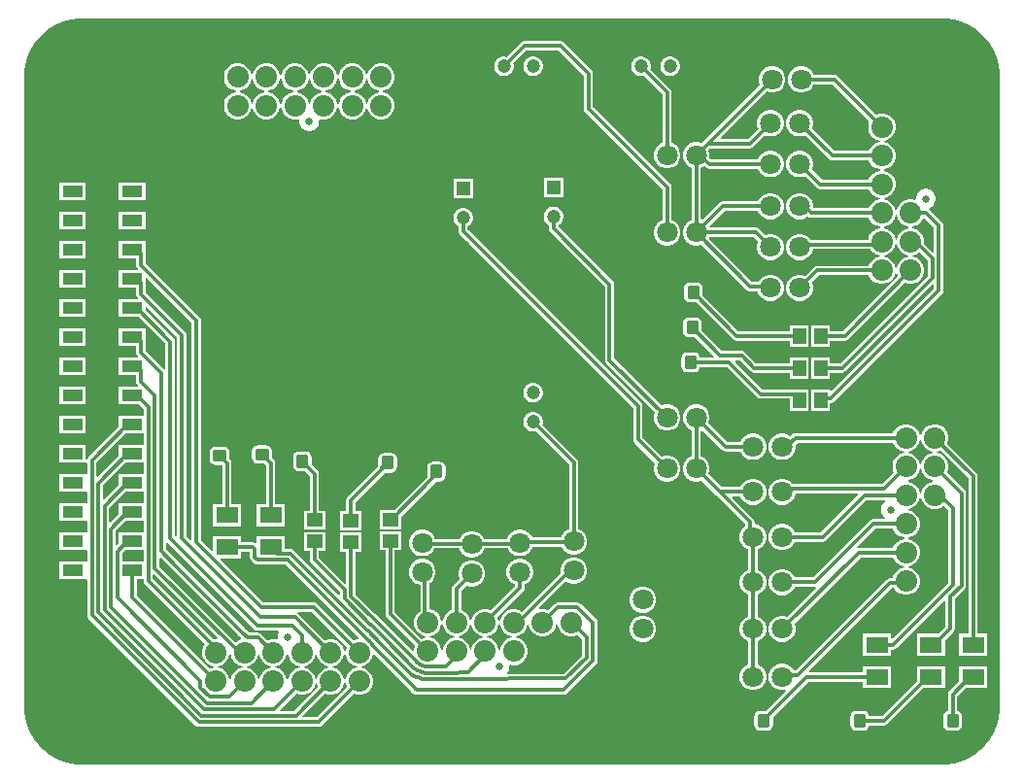
<source format=gtl>
G04*
G04 #@! TF.GenerationSoftware,Altium Limited,Altium Designer,24.1.2 (44)*
G04*
G04 Layer_Physical_Order=1*
G04 Layer_Color=255*
%FSLAX44Y44*%
%MOMM*%
G71*
G04*
G04 #@! TF.SameCoordinates,8026E52B-AA0B-4AC6-8547-A5A81626C292*
G04*
G04*
G04 #@! TF.FilePolarity,Positive*
G04*
G01*
G75*
G04:AMPARAMS|DCode=12|XSize=1.2mm|YSize=1.1mm|CornerRadius=0.275mm|HoleSize=0mm|Usage=FLASHONLY|Rotation=270.000|XOffset=0mm|YOffset=0mm|HoleType=Round|Shape=RoundedRectangle|*
%AMROUNDEDRECTD12*
21,1,1.2000,0.5500,0,0,270.0*
21,1,0.6500,1.1000,0,0,270.0*
1,1,0.5500,-0.2750,-0.3250*
1,1,0.5500,-0.2750,0.3250*
1,1,0.5500,0.2750,0.3250*
1,1,0.5500,0.2750,-0.3250*
%
%ADD12ROUNDEDRECTD12*%
%ADD13R,1.9500X1.4000*%
%ADD14R,1.3500X1.1500*%
%ADD15R,1.1500X1.3500*%
%ADD16R,1.8000X1.0000*%
G04:AMPARAMS|DCode=17|XSize=1.2mm|YSize=1.1mm|CornerRadius=0.275mm|HoleSize=0mm|Usage=FLASHONLY|Rotation=0.000|XOffset=0mm|YOffset=0mm|HoleType=Round|Shape=RoundedRectangle|*
%AMROUNDEDRECTD17*
21,1,1.2000,0.5500,0,0,0.0*
21,1,0.6500,1.1000,0,0,0.0*
1,1,0.5500,0.3250,-0.2750*
1,1,0.5500,-0.3250,-0.2750*
1,1,0.5500,-0.3250,0.2750*
1,1,0.5500,0.3250,0.2750*
%
%ADD17ROUNDEDRECTD17*%
%ADD31C,0.3000*%
%ADD32C,1.8000*%
%ADD33C,1.2000*%
%ADD34R,1.2000X1.2000*%
%ADD35C,1.8750*%
%ADD36C,0.6750*%
%ADD37R,1.2000X1.2000*%
%ADD38C,0.7000*%
G36*
X800000Y650000D02*
X803277D01*
X809775Y649144D01*
X816106Y647448D01*
X822162Y644940D01*
X827838Y641663D01*
X833038Y637673D01*
X837673Y633038D01*
X841663Y627838D01*
X844940Y622162D01*
X847448Y616106D01*
X849144Y609775D01*
X850000Y603277D01*
Y600000D01*
X850000Y600000D01*
X850000Y600000D01*
X850000Y50000D01*
Y46723D01*
X849145Y40224D01*
X847448Y33893D01*
X844940Y27838D01*
X841663Y22162D01*
X837673Y16962D01*
X833038Y12327D01*
X827838Y8337D01*
X822162Y5060D01*
X816106Y2552D01*
X809775Y856D01*
X803277Y0D01*
X46723D01*
X40224Y856D01*
X33893Y2552D01*
X27838Y5060D01*
X22162Y8337D01*
X16962Y12327D01*
X12327Y16962D01*
X8337Y22162D01*
X5060Y27838D01*
X2552Y33893D01*
X856Y40224D01*
X0Y46723D01*
X0Y50000D01*
X0Y600000D01*
Y603277D01*
X856Y609775D01*
X2552Y616106D01*
X5060Y622162D01*
X8337Y627838D01*
X12327Y633038D01*
X16962Y637673D01*
X22162Y641663D01*
X27838Y644940D01*
X33893Y647448D01*
X40224Y649144D01*
X46723Y650000D01*
X50000D01*
X50000Y650000D01*
X800000Y650000D01*
D02*
G37*
%LPC*%
G36*
X312389Y610955D02*
X309251D01*
X306221Y610143D01*
X303504Y608574D01*
X301286Y606356D01*
X299717Y603639D01*
X298944Y600755D01*
X298548Y600707D01*
X298092D01*
X297696Y600755D01*
X296923Y603639D01*
X295354Y606356D01*
X293136Y608574D01*
X290419Y610143D01*
X287389Y610955D01*
X284251D01*
X281221Y610143D01*
X278504Y608574D01*
X276286Y606356D01*
X274717Y603639D01*
X273944Y600755D01*
X273548Y600707D01*
X273092D01*
X272696Y600755D01*
X271923Y603639D01*
X270354Y606356D01*
X268136Y608574D01*
X265419Y610143D01*
X262389Y610955D01*
X259251D01*
X256221Y610143D01*
X253504Y608574D01*
X251286Y606356D01*
X249717Y603639D01*
X248944Y600755D01*
X248548Y600707D01*
X248092D01*
X247696Y600755D01*
X246923Y603639D01*
X245354Y606356D01*
X243136Y608574D01*
X240419Y610143D01*
X237389Y610955D01*
X234251D01*
X231221Y610143D01*
X228504Y608574D01*
X226286Y606356D01*
X224717Y603639D01*
X223944Y600755D01*
X223548Y600707D01*
X223092D01*
X222696Y600755D01*
X221923Y603639D01*
X220354Y606356D01*
X218136Y608574D01*
X215419Y610143D01*
X212389Y610955D01*
X209251D01*
X206221Y610143D01*
X203504Y608574D01*
X201286Y606356D01*
X199717Y603639D01*
X198944Y600755D01*
X198548Y600707D01*
X198092D01*
X197696Y600755D01*
X196923Y603639D01*
X195354Y606356D01*
X193136Y608574D01*
X190419Y610143D01*
X187389Y610955D01*
X184251D01*
X181221Y610143D01*
X178504Y608574D01*
X176286Y606356D01*
X174717Y603639D01*
X173905Y600609D01*
Y597471D01*
X174717Y594441D01*
X176286Y591724D01*
X178504Y589506D01*
X181221Y587937D01*
X184105Y587164D01*
X184153Y586768D01*
Y586312D01*
X184105Y585916D01*
X181221Y585143D01*
X178504Y583574D01*
X176286Y581356D01*
X174717Y578639D01*
X173905Y575609D01*
Y572471D01*
X174717Y569441D01*
X176286Y566724D01*
X178504Y564506D01*
X181221Y562937D01*
X184251Y562125D01*
X187389D01*
X190419Y562937D01*
X193136Y564506D01*
X195354Y566724D01*
X196923Y569441D01*
X197696Y572325D01*
X198092Y572373D01*
X198548D01*
X198944Y572325D01*
X199717Y569441D01*
X201286Y566724D01*
X203504Y564506D01*
X206221Y562937D01*
X209251Y562125D01*
X212389D01*
X215419Y562937D01*
X218136Y564506D01*
X220354Y566724D01*
X221923Y569441D01*
X222696Y572325D01*
X223092Y572373D01*
X223548D01*
X223944Y572325D01*
X224717Y569441D01*
X226286Y566724D01*
X228504Y564506D01*
X231221Y562937D01*
X234251Y562125D01*
X237389D01*
X238818Y562508D01*
X239780Y561451D01*
Y559516D01*
X240362Y557344D01*
X241486Y555396D01*
X243076Y553806D01*
X245024Y552682D01*
X247196Y552100D01*
X249444D01*
X251616Y552682D01*
X253564Y553806D01*
X255154Y555396D01*
X256278Y557344D01*
X256860Y559516D01*
Y561451D01*
X257822Y562508D01*
X259251Y562125D01*
X262389D01*
X265419Y562937D01*
X268136Y564506D01*
X270354Y566724D01*
X271923Y569441D01*
X272696Y572325D01*
X273092Y572373D01*
X273548D01*
X273944Y572325D01*
X274717Y569441D01*
X276286Y566724D01*
X278504Y564506D01*
X281221Y562937D01*
X284251Y562125D01*
X287389D01*
X290419Y562937D01*
X293136Y564506D01*
X295354Y566724D01*
X296923Y569441D01*
X297696Y572325D01*
X298092Y572373D01*
X298548D01*
X298944Y572325D01*
X299717Y569441D01*
X301286Y566724D01*
X303504Y564506D01*
X306221Y562937D01*
X309251Y562125D01*
X312389D01*
X315419Y562937D01*
X318136Y564506D01*
X320354Y566724D01*
X321923Y569441D01*
X322735Y572471D01*
Y575609D01*
X321923Y578639D01*
X320354Y581356D01*
X318136Y583574D01*
X315419Y585143D01*
X312535Y585916D01*
X312487Y586312D01*
Y586768D01*
X312535Y587164D01*
X315419Y587937D01*
X318136Y589506D01*
X320354Y591724D01*
X321923Y594441D01*
X322735Y597471D01*
Y600609D01*
X321923Y603639D01*
X320354Y606356D01*
X318136Y608574D01*
X315419Y610143D01*
X312389Y610955D01*
D02*
G37*
G36*
X563734Y616870D02*
X561486D01*
X559314Y616288D01*
X557366Y615164D01*
X555776Y613574D01*
X554652Y611626D01*
X554070Y609454D01*
Y607206D01*
X554652Y605034D01*
X555776Y603086D01*
X557366Y601496D01*
X559314Y600372D01*
X561486Y599790D01*
X563734D01*
X565906Y600372D01*
X567854Y601496D01*
X569444Y603086D01*
X570568Y605034D01*
X571150Y607206D01*
Y609454D01*
X570568Y611626D01*
X569444Y613574D01*
X567854Y615164D01*
X565906Y616288D01*
X563734Y616870D01*
D02*
G37*
G36*
X444354D02*
X442106D01*
X439934Y616288D01*
X437986Y615164D01*
X436396Y613574D01*
X435272Y611626D01*
X434690Y609454D01*
Y607206D01*
X435272Y605034D01*
X436396Y603086D01*
X437986Y601496D01*
X439934Y600372D01*
X442106Y599790D01*
X444354D01*
X446526Y600372D01*
X448474Y601496D01*
X450064Y603086D01*
X451188Y605034D01*
X451770Y607206D01*
Y609454D01*
X451188Y611626D01*
X450064Y613574D01*
X448474Y615164D01*
X446526Y616288D01*
X444354Y616870D01*
D02*
G37*
G36*
X653029Y608440D02*
X649991D01*
X647056Y607654D01*
X644424Y606134D01*
X642276Y603986D01*
X640757Y601354D01*
X639970Y598419D01*
Y595381D01*
X640757Y592446D01*
X640930Y592145D01*
X592717Y543933D01*
X592717Y543933D01*
X590225Y541440D01*
X589924Y541614D01*
X586989Y542400D01*
X583951D01*
X581016Y541614D01*
X578384Y540094D01*
X576236Y537946D01*
X574716Y535314D01*
X573930Y532379D01*
Y529341D01*
X574716Y526406D01*
X576236Y523774D01*
X578384Y521626D01*
X581016Y520107D01*
X581351Y520017D01*
Y474393D01*
X581016Y474304D01*
X578384Y472784D01*
X576236Y470636D01*
X574716Y468004D01*
X573930Y465069D01*
Y462031D01*
X574716Y459096D01*
X576236Y456464D01*
X578384Y454316D01*
X581016Y452797D01*
X583951Y452010D01*
X586989D01*
X589924Y452797D01*
X590225Y452970D01*
X629768Y413426D01*
X631105Y412533D01*
X632681Y412220D01*
X639116D01*
X639487Y410836D01*
X641006Y408204D01*
X643154Y406056D01*
X645786Y404537D01*
X648721Y403750D01*
X651759D01*
X654694Y404537D01*
X657326Y406056D01*
X659474Y408204D01*
X660993Y410836D01*
X661780Y413771D01*
Y416809D01*
X660993Y419744D01*
X659474Y422376D01*
X657326Y424524D01*
X654694Y426044D01*
X651759Y426830D01*
X648721D01*
X645786Y426044D01*
X643154Y424524D01*
X641006Y422376D01*
X639899Y420458D01*
X634387D01*
X596684Y458161D01*
X597211Y459431D01*
X635834D01*
X639660Y455605D01*
X639487Y455304D01*
X638700Y452369D01*
Y449331D01*
X639487Y446396D01*
X641006Y443764D01*
X643154Y441616D01*
X645786Y440097D01*
X648721Y439310D01*
X651759D01*
X654694Y440097D01*
X657326Y441616D01*
X659474Y443764D01*
X660993Y446396D01*
X661780Y449331D01*
Y452369D01*
X660993Y455304D01*
X659474Y457936D01*
X657326Y460084D01*
X654694Y461604D01*
X651759Y462390D01*
X648721D01*
X645786Y461604D01*
X645485Y461430D01*
X640453Y466463D01*
X639116Y467356D01*
X637540Y467669D01*
X597211D01*
X596684Y468939D01*
X610036Y482291D01*
X639397D01*
X639487Y481956D01*
X641006Y479324D01*
X643154Y477176D01*
X645786Y475657D01*
X648721Y474870D01*
X651759D01*
X654694Y475657D01*
X657326Y477176D01*
X659474Y479324D01*
X660993Y481956D01*
X661780Y484891D01*
Y487929D01*
X660993Y490864D01*
X659474Y493496D01*
X657326Y495644D01*
X654694Y497164D01*
X651759Y497950D01*
X648721D01*
X645786Y497164D01*
X643154Y495644D01*
X641006Y493496D01*
X639487Y490864D01*
X639397Y490529D01*
X608330D01*
X606754Y490216D01*
X605417Y489323D01*
X590859Y474765D01*
X589589Y475290D01*
Y520017D01*
X589924Y520107D01*
X592556Y521626D01*
X592643Y521713D01*
X594029Y520327D01*
X595365Y519434D01*
X596942Y519121D01*
X639397D01*
X639487Y518786D01*
X641006Y516154D01*
X643154Y514006D01*
X645786Y512486D01*
X648721Y511700D01*
X651759D01*
X654694Y512486D01*
X657326Y514006D01*
X659474Y516154D01*
X660993Y518786D01*
X661780Y521721D01*
Y524759D01*
X660993Y527694D01*
X659474Y530326D01*
X657326Y532474D01*
X654694Y533993D01*
X651759Y534780D01*
X648721D01*
X645786Y533993D01*
X643154Y532474D01*
X641006Y530326D01*
X639487Y527694D01*
X639397Y527359D01*
X598648D01*
X596937Y529070D01*
X597010Y529341D01*
Y532379D01*
X596223Y535314D01*
X596050Y535615D01*
X597336Y536901D01*
X632460D01*
X634036Y537214D01*
X635373Y538107D01*
X645485Y548220D01*
X645786Y548046D01*
X648721Y547260D01*
X651759D01*
X654694Y548046D01*
X657326Y549566D01*
X659474Y551714D01*
X660993Y554346D01*
X661780Y557281D01*
Y560319D01*
X660993Y563254D01*
X659474Y565886D01*
X657326Y568034D01*
X654694Y569553D01*
X651759Y570340D01*
X648721D01*
X645786Y569553D01*
X643154Y568034D01*
X641006Y565886D01*
X639487Y563254D01*
X638700Y560319D01*
Y557281D01*
X639487Y554346D01*
X639660Y554045D01*
X630754Y545139D01*
X607234D01*
X606748Y546312D01*
X646755Y586320D01*
X647056Y586147D01*
X649991Y585360D01*
X653029D01*
X655964Y586147D01*
X658596Y587666D01*
X660744Y589814D01*
X662263Y592446D01*
X663050Y595381D01*
Y598419D01*
X662263Y601354D01*
X660744Y603986D01*
X658596Y606134D01*
X655964Y607654D01*
X653029Y608440D01*
D02*
G37*
G36*
X678429D02*
X675391D01*
X672456Y607654D01*
X669824Y606134D01*
X667676Y603986D01*
X666156Y601354D01*
X665370Y598419D01*
Y595381D01*
X666156Y592446D01*
X667676Y589814D01*
X669824Y587666D01*
X672456Y586147D01*
X675391Y585360D01*
X678429D01*
X681364Y586147D01*
X683996Y587666D01*
X686144Y589814D01*
X687663Y592446D01*
X687753Y592781D01*
X704014D01*
X736305Y560489D01*
X736057Y560059D01*
X735245Y557029D01*
Y553891D01*
X736057Y550861D01*
X737626Y548144D01*
X739844Y545926D01*
X742561Y544357D01*
X745445Y543584D01*
X745493Y543188D01*
Y542732D01*
X745445Y542336D01*
X742561Y541563D01*
X739844Y539994D01*
X737626Y537776D01*
X736057Y535059D01*
X735928Y534579D01*
X705686D01*
X686220Y554045D01*
X686394Y554346D01*
X687180Y557281D01*
Y560319D01*
X686394Y563254D01*
X684874Y565886D01*
X682726Y568034D01*
X680094Y569553D01*
X677159Y570340D01*
X674121D01*
X671186Y569553D01*
X668554Y568034D01*
X666406Y565886D01*
X664886Y563254D01*
X664100Y560319D01*
Y557281D01*
X664886Y554346D01*
X666406Y551714D01*
X668554Y549566D01*
X671186Y548046D01*
X674121Y547260D01*
X677159D01*
X680094Y548046D01*
X680395Y548220D01*
X701067Y527547D01*
X702404Y526654D01*
X703980Y526341D01*
X735928D01*
X736057Y525861D01*
X737626Y523144D01*
X739844Y520926D01*
X742561Y519357D01*
X745445Y518584D01*
X745493Y518188D01*
Y517732D01*
X745445Y517336D01*
X742561Y516563D01*
X739844Y514994D01*
X737626Y512776D01*
X736057Y510059D01*
X735928Y509579D01*
X695126D01*
X686220Y518485D01*
X686394Y518786D01*
X687180Y521721D01*
Y524759D01*
X686394Y527694D01*
X684874Y530326D01*
X682726Y532474D01*
X680094Y533993D01*
X677159Y534780D01*
X674121D01*
X671186Y533993D01*
X668554Y532474D01*
X666406Y530326D01*
X664886Y527694D01*
X664100Y524759D01*
Y521721D01*
X664886Y518786D01*
X666406Y516154D01*
X668554Y514006D01*
X671186Y512486D01*
X674121Y511700D01*
X677159D01*
X680094Y512486D01*
X680395Y512660D01*
X690507Y502547D01*
X691844Y501654D01*
X693420Y501341D01*
X735928D01*
X736057Y500861D01*
X737626Y498144D01*
X739844Y495926D01*
X742561Y494357D01*
X745445Y493584D01*
X745493Y493188D01*
Y492732D01*
X745445Y492336D01*
X742561Y491563D01*
X739844Y489994D01*
X737626Y487776D01*
X736057Y485059D01*
X735928Y484579D01*
X688404D01*
X687180Y484891D01*
Y487929D01*
X686394Y490864D01*
X684874Y493496D01*
X682726Y495644D01*
X680094Y497164D01*
X677159Y497950D01*
X674121D01*
X671186Y497164D01*
X668554Y495644D01*
X666406Y493496D01*
X664886Y490864D01*
X664100Y487929D01*
Y484891D01*
X664886Y481956D01*
X666406Y479324D01*
X668554Y477176D01*
X671186Y475657D01*
X674121Y474870D01*
X677159D01*
X680094Y475657D01*
X682726Y477176D01*
X682953Y477403D01*
X684073Y476654D01*
X685649Y476341D01*
X735928D01*
X736057Y475861D01*
X737626Y473144D01*
X739844Y470926D01*
X742561Y469357D01*
X745445Y468584D01*
X745493Y468188D01*
Y467732D01*
X745445Y467336D01*
X742561Y466563D01*
X739844Y464994D01*
X737626Y462776D01*
X736057Y460059D01*
X735311Y457274D01*
X685256D01*
X684874Y457936D01*
X682726Y460084D01*
X680094Y461604D01*
X677159Y462390D01*
X674121D01*
X671186Y461604D01*
X668554Y460084D01*
X666406Y457936D01*
X664886Y455304D01*
X664100Y452369D01*
Y449331D01*
X664886Y446396D01*
X666406Y443764D01*
X668554Y441616D01*
X671186Y440097D01*
X674121Y439310D01*
X677159D01*
X680094Y440097D01*
X682726Y441616D01*
X684874Y443764D01*
X686394Y446396D01*
X687101Y449036D01*
X737111D01*
X737626Y448144D01*
X739844Y445926D01*
X742561Y444357D01*
X745445Y443584D01*
X745493Y443188D01*
Y442732D01*
X745445Y442336D01*
X742561Y441563D01*
X739844Y439994D01*
X737626Y437776D01*
X736057Y435059D01*
X735928Y434579D01*
X690810D01*
X689234Y434266D01*
X687897Y433373D01*
X680395Y425870D01*
X680094Y426044D01*
X677159Y426830D01*
X674121D01*
X671186Y426044D01*
X668554Y424524D01*
X666406Y422376D01*
X664886Y419744D01*
X664100Y416809D01*
Y413771D01*
X664886Y410836D01*
X666406Y408204D01*
X668554Y406056D01*
X671186Y404537D01*
X674121Y403750D01*
X677159D01*
X680094Y404537D01*
X682726Y406056D01*
X684874Y408204D01*
X686394Y410836D01*
X687180Y413771D01*
Y416809D01*
X686394Y419744D01*
X686220Y420045D01*
X692516Y426341D01*
X735928D01*
X736057Y425861D01*
X737626Y423144D01*
X739844Y420926D01*
X742561Y419357D01*
X745591Y418545D01*
X748729D01*
X751759Y419357D01*
X754476Y420926D01*
X756694Y423144D01*
X758263Y425861D01*
X759036Y428745D01*
X759432Y428793D01*
X759888D01*
X760284Y428745D01*
X761057Y425861D01*
X761305Y425431D01*
X713374Y377499D01*
X702070D01*
Y382670D01*
X685490D01*
Y364090D01*
X702070D01*
Y369261D01*
X715080D01*
X716656Y369574D01*
X717993Y370467D01*
X767131Y419605D01*
X767561Y419357D01*
X770591Y418545D01*
X773729D01*
X776759Y419357D01*
X779476Y420926D01*
X781694Y423144D01*
X783263Y425861D01*
X784075Y428891D01*
Y432029D01*
X783263Y435059D01*
X781694Y437776D01*
X779476Y439994D01*
X776759Y441563D01*
X773875Y442336D01*
X773827Y442732D01*
Y443188D01*
X773875Y443584D01*
X776759Y444357D01*
X779476Y445926D01*
X779812Y446262D01*
X787091Y438984D01*
Y425886D01*
X710764Y349559D01*
X702070D01*
Y354730D01*
X685490D01*
Y336150D01*
X702070D01*
Y341321D01*
X712470D01*
X714046Y341634D01*
X715383Y342527D01*
X791458Y418602D01*
X792631Y418116D01*
Y414916D01*
X703243Y325529D01*
X702070Y326015D01*
Y326790D01*
X685490D01*
Y308210D01*
X702070D01*
Y314613D01*
X702273D01*
X703849Y314927D01*
X705185Y315820D01*
X799663Y410297D01*
X800556Y411634D01*
X800869Y413210D01*
Y469440D01*
X800556Y471016D01*
X799663Y472353D01*
X788643Y483373D01*
X788368Y483556D01*
X788595Y484932D01*
X788856Y485002D01*
X790804Y486126D01*
X792394Y487716D01*
X793518Y489664D01*
X794100Y491836D01*
Y494084D01*
X793518Y496256D01*
X792394Y498204D01*
X790804Y499794D01*
X788856Y500918D01*
X786684Y501500D01*
X784436D01*
X782264Y500918D01*
X780316Y499794D01*
X778726Y498204D01*
X777602Y496256D01*
X777020Y494084D01*
Y492808D01*
X775751Y491833D01*
X773729Y492375D01*
X770591D01*
X767561Y491563D01*
X764844Y489994D01*
X762626Y487776D01*
X761057Y485059D01*
X760284Y482175D01*
X759888Y482127D01*
X759432D01*
X759036Y482175D01*
X758263Y485059D01*
X756694Y487776D01*
X754476Y489994D01*
X751759Y491563D01*
X748875Y492336D01*
X748827Y492732D01*
Y493188D01*
X748875Y493584D01*
X751759Y494357D01*
X754476Y495926D01*
X756694Y498144D01*
X758263Y500861D01*
X759075Y503891D01*
Y507029D01*
X758263Y510059D01*
X756694Y512776D01*
X754476Y514994D01*
X751759Y516563D01*
X748875Y517336D01*
X748827Y517732D01*
Y518188D01*
X748875Y518584D01*
X751759Y519357D01*
X754476Y520926D01*
X756694Y523144D01*
X758263Y525861D01*
X759075Y528891D01*
Y532029D01*
X758263Y535059D01*
X756694Y537776D01*
X754476Y539994D01*
X751759Y541563D01*
X748875Y542336D01*
X748827Y542732D01*
Y543188D01*
X748875Y543584D01*
X751759Y544357D01*
X754476Y545926D01*
X756694Y548144D01*
X758263Y550861D01*
X759075Y553891D01*
Y557029D01*
X758263Y560059D01*
X756694Y562776D01*
X754476Y564994D01*
X751759Y566563D01*
X748729Y567375D01*
X745591D01*
X742561Y566563D01*
X742131Y566315D01*
X708633Y599813D01*
X707296Y600706D01*
X705720Y601019D01*
X687753D01*
X687663Y601354D01*
X686144Y603986D01*
X683996Y606134D01*
X681364Y607654D01*
X678429Y608440D01*
D02*
G37*
G36*
X538334Y616870D02*
X536086D01*
X533914Y616288D01*
X531966Y615164D01*
X530376Y613574D01*
X529252Y611626D01*
X528670Y609454D01*
Y607206D01*
X529252Y605034D01*
X530376Y603086D01*
X531966Y601496D01*
X533914Y600372D01*
X536086Y599790D01*
X538334D01*
X539589Y600126D01*
X555951Y583764D01*
Y541703D01*
X555616Y541614D01*
X552984Y540094D01*
X550836Y537946D01*
X549316Y535314D01*
X548530Y532379D01*
Y529341D01*
X549316Y526406D01*
X550836Y523774D01*
X552984Y521626D01*
X555616Y520107D01*
X558551Y519320D01*
X561589D01*
X564524Y520107D01*
X567156Y521626D01*
X569304Y523774D01*
X570824Y526406D01*
X571610Y529341D01*
Y532379D01*
X570824Y535314D01*
X569304Y537946D01*
X567156Y540094D01*
X564524Y541614D01*
X564189Y541703D01*
Y585470D01*
X563876Y587046D01*
X562983Y588383D01*
X545414Y605951D01*
X545750Y607206D01*
Y609454D01*
X545168Y611626D01*
X544044Y613574D01*
X542454Y615164D01*
X540506Y616288D01*
X538334Y616870D01*
D02*
G37*
G36*
X469550Y511460D02*
X452470D01*
Y494380D01*
X469550D01*
Y511460D01*
D02*
G37*
G36*
X390810Y510190D02*
X373730D01*
Y493110D01*
X390810D01*
Y510190D01*
D02*
G37*
G36*
X105520Y506650D02*
X82440D01*
Y491570D01*
X105520D01*
Y506650D01*
D02*
G37*
G36*
X53520D02*
X30440D01*
Y491570D01*
X53520D01*
Y506650D01*
D02*
G37*
G36*
X105520Y481250D02*
X82440D01*
Y466170D01*
X105520D01*
Y481250D01*
D02*
G37*
G36*
X53520D02*
X30440D01*
Y466170D01*
X53520D01*
Y481250D01*
D02*
G37*
G36*
X467360Y630229D02*
X435610D01*
X434034Y629916D01*
X432697Y629023D01*
X420209Y616534D01*
X418954Y616870D01*
X416706D01*
X414534Y616288D01*
X412586Y615164D01*
X410996Y613574D01*
X409872Y611626D01*
X409290Y609454D01*
Y607206D01*
X409872Y605034D01*
X410996Y603086D01*
X412586Y601496D01*
X414534Y600372D01*
X416706Y599790D01*
X418954D01*
X421126Y600372D01*
X423074Y601496D01*
X424664Y603086D01*
X425788Y605034D01*
X426370Y607206D01*
Y609454D01*
X426034Y610709D01*
X437316Y621991D01*
X465654D01*
X487371Y600274D01*
Y571500D01*
X487684Y569924D01*
X488577Y568587D01*
X555951Y501214D01*
Y474393D01*
X555616Y474304D01*
X552984Y472784D01*
X550836Y470636D01*
X549316Y468004D01*
X548530Y465069D01*
Y462031D01*
X549316Y459096D01*
X550836Y456464D01*
X552984Y454316D01*
X555616Y452797D01*
X558551Y452010D01*
X561589D01*
X564524Y452797D01*
X567156Y454316D01*
X569304Y456464D01*
X570824Y459096D01*
X571610Y462031D01*
Y465069D01*
X570824Y468004D01*
X569304Y470636D01*
X567156Y472784D01*
X564524Y474304D01*
X564189Y474393D01*
Y502920D01*
X563876Y504496D01*
X562983Y505833D01*
X495609Y573206D01*
Y601980D01*
X495296Y603556D01*
X494403Y604893D01*
X470273Y629023D01*
X468936Y629916D01*
X467360Y630229D01*
D02*
G37*
G36*
X53520Y455850D02*
X30440D01*
Y440770D01*
X53520D01*
Y455850D01*
D02*
G37*
G36*
Y430450D02*
X30440D01*
Y415370D01*
X53520D01*
Y430450D01*
D02*
G37*
G36*
Y405050D02*
X30440D01*
Y389970D01*
X53520D01*
Y405050D01*
D02*
G37*
G36*
Y379650D02*
X30440D01*
Y364570D01*
X53520D01*
Y379650D01*
D02*
G37*
G36*
X585680Y420124D02*
X580180D01*
X578116Y419713D01*
X576366Y418544D01*
X575197Y416794D01*
X574786Y414730D01*
Y408230D01*
X575197Y406166D01*
X576366Y404416D01*
X578116Y403247D01*
X580180Y402836D01*
X585248D01*
X617617Y370467D01*
X618954Y369574D01*
X620530Y369261D01*
X666990D01*
Y364090D01*
X683570D01*
Y382670D01*
X666990D01*
Y377499D01*
X622236D01*
X591074Y408662D01*
Y414730D01*
X590663Y416794D01*
X589494Y418544D01*
X587744Y419713D01*
X585680Y420124D01*
D02*
G37*
G36*
X584750Y389644D02*
X579250D01*
X577186Y389233D01*
X575436Y388064D01*
X574267Y386314D01*
X573856Y384250D01*
Y377750D01*
X574267Y375686D01*
X575436Y373936D01*
X577186Y372767D01*
X579250Y372356D01*
X584318D01*
X600862Y355812D01*
X600376Y354639D01*
X588701D01*
X588463Y355834D01*
X587294Y357584D01*
X585544Y358753D01*
X583480Y359164D01*
X577980D01*
X575916Y358753D01*
X574166Y357584D01*
X572997Y355834D01*
X572586Y353770D01*
Y347270D01*
X572997Y345206D01*
X574166Y343456D01*
X575916Y342287D01*
X577980Y341876D01*
X583480D01*
X585544Y342287D01*
X587294Y343456D01*
X588463Y345206D01*
X588701Y346401D01*
X612241D01*
X638805Y319837D01*
X640141Y318944D01*
X641717Y318631D01*
X666990D01*
Y308210D01*
X683570D01*
Y326790D01*
X671428D01*
X671030Y326869D01*
X643424D01*
X619525Y350768D01*
X620011Y351941D01*
X623791D01*
X633205Y342527D01*
X634541Y341634D01*
X636117Y341321D01*
X666990D01*
Y336150D01*
X683570D01*
Y354730D01*
X666990D01*
Y349559D01*
X637823D01*
X628410Y358973D01*
X627074Y359866D01*
X625497Y360179D01*
X608146D01*
X590144Y378182D01*
Y384250D01*
X589733Y386314D01*
X588564Y388064D01*
X586814Y389233D01*
X584750Y389644D01*
D02*
G37*
G36*
X105520Y455850D02*
X82440D01*
Y440770D01*
X97361D01*
Y435123D01*
X97674Y433547D01*
X98567Y432211D01*
X99155Y431623D01*
X98669Y430450D01*
X82440D01*
Y415370D01*
X97361D01*
Y409723D01*
X97674Y408147D01*
X98567Y406811D01*
X99155Y406223D01*
X98669Y405050D01*
X82440D01*
Y389970D01*
X99695D01*
X122881Y366784D01*
Y345087D01*
X121611Y344618D01*
X105599Y360630D01*
Y368610D01*
X105520Y369008D01*
Y379650D01*
X82440D01*
Y364570D01*
X97361D01*
Y358923D01*
X97674Y357347D01*
X98567Y356011D01*
X99155Y355423D01*
X98669Y354250D01*
X82440D01*
Y339170D01*
X97361D01*
Y333523D01*
X97674Y331947D01*
X98567Y330611D01*
X99155Y330023D01*
X98669Y328850D01*
X82440D01*
Y313770D01*
X99695D01*
X103831Y309634D01*
Y303450D01*
X82440D01*
Y294195D01*
X55867Y267623D01*
X54974Y266286D01*
X54790Y265359D01*
X53520Y265484D01*
Y278050D01*
X30440D01*
Y262970D01*
X53391D01*
X53520Y262970D01*
X54661Y262658D01*
Y252962D01*
X53520Y252650D01*
X53391Y252650D01*
X30440D01*
Y237570D01*
X53391D01*
X53520Y237570D01*
X54661Y237258D01*
Y227562D01*
X53520Y227250D01*
X53391Y227250D01*
X30440D01*
Y212170D01*
X53391D01*
X53520Y212170D01*
X54661Y211858D01*
Y202162D01*
X53520Y201850D01*
X53391Y201850D01*
X30440D01*
Y186770D01*
X53391D01*
X53520Y186770D01*
X54661Y186458D01*
Y176762D01*
X53520Y176450D01*
X53391Y176450D01*
X30440D01*
Y161370D01*
X53391D01*
X53520Y161370D01*
X54661Y161058D01*
Y130069D01*
X54974Y128493D01*
X55867Y127157D01*
X149122Y33902D01*
X150458Y33009D01*
X152034Y32696D01*
X256195D01*
X257771Y33009D01*
X259108Y33902D01*
X286741Y61535D01*
X287171Y61287D01*
X290201Y60475D01*
X293339D01*
X296369Y61287D01*
X299086Y62856D01*
X301304Y65074D01*
X302873Y67791D01*
X303685Y70821D01*
Y73959D01*
X302873Y76989D01*
X301304Y79706D01*
X299086Y81924D01*
X296369Y83493D01*
X293485Y84266D01*
X293437Y84662D01*
Y85118D01*
X293485Y85514D01*
X296369Y86287D01*
X299086Y87856D01*
X301304Y90074D01*
X302873Y92791D01*
X303685Y95821D01*
Y96204D01*
X304862Y96682D01*
X336918Y63681D01*
X337780Y62793D01*
X337806Y62775D01*
X337837Y62736D01*
X338716Y61857D01*
X339320Y61453D01*
X340052Y60964D01*
X340052Y60964D01*
X340052Y60964D01*
X340449Y60885D01*
X341628Y60651D01*
X469606D01*
X471183Y60964D01*
X472519Y61857D01*
X498388Y87726D01*
X499281Y89062D01*
X499594Y90639D01*
Y123507D01*
X499281Y125083D01*
X498388Y126419D01*
X484989Y139818D01*
X483653Y140710D01*
X482077Y141024D01*
X464935D01*
X463359Y140710D01*
X462022Y139818D01*
X456549Y134345D01*
X456119Y134593D01*
X453089Y135405D01*
X449951D01*
X449309Y135233D01*
X448652Y136372D01*
X471864Y159584D01*
X474336Y158156D01*
X477271Y157370D01*
X480309D01*
X483244Y158156D01*
X485876Y159676D01*
X488024Y161824D01*
X489543Y164456D01*
X490330Y167391D01*
Y170429D01*
X489543Y173364D01*
X488024Y175996D01*
X485876Y178144D01*
X483244Y179664D01*
X480309Y180450D01*
X477271D01*
X474336Y179664D01*
X471704Y178144D01*
X469556Y175996D01*
X468036Y173364D01*
X467250Y170429D01*
Y167391D01*
X467413Y166783D01*
X433721Y133091D01*
X431119Y134593D01*
X428089Y135405D01*
X424951D01*
X421921Y134593D01*
X419204Y133024D01*
X416986Y130806D01*
X415417Y128089D01*
X414644Y125205D01*
X414248Y125157D01*
X413792D01*
X413396Y125205D01*
X412623Y128089D01*
X412375Y128519D01*
X434713Y150857D01*
X435606Y152194D01*
X435919Y153770D01*
Y156797D01*
X436254Y156887D01*
X438886Y158406D01*
X441034Y160554D01*
X442553Y163186D01*
X443340Y166121D01*
Y169159D01*
X442553Y172094D01*
X441034Y174726D01*
X438886Y176874D01*
X436254Y178393D01*
X433319Y179180D01*
X430281D01*
X427346Y178393D01*
X424714Y176874D01*
X422566Y174726D01*
X421046Y172094D01*
X420260Y169159D01*
Y166121D01*
X421046Y163186D01*
X422566Y160554D01*
X424714Y158406D01*
X427346Y156887D01*
X427681Y156797D01*
Y155476D01*
X406549Y134345D01*
X406119Y134593D01*
X403089Y135405D01*
X399951D01*
X396921Y134593D01*
X394204Y133024D01*
X391986Y130806D01*
X390417Y128089D01*
X389644Y125205D01*
X389248Y125157D01*
X388792D01*
X388396Y125205D01*
X387623Y128089D01*
X386054Y130806D01*
X383836Y133024D01*
X381119Y134593D01*
X380639Y134722D01*
Y151294D01*
X385135Y155790D01*
X385436Y155617D01*
X388371Y154830D01*
X391409D01*
X394344Y155617D01*
X396976Y157136D01*
X399124Y159284D01*
X400644Y161916D01*
X401430Y164851D01*
Y167889D01*
X400644Y170824D01*
X399124Y173456D01*
X396976Y175604D01*
X394344Y177124D01*
X391409Y177910D01*
X388371D01*
X385436Y177124D01*
X382804Y175604D01*
X380656Y173456D01*
X379137Y170824D01*
X378350Y167889D01*
Y164851D01*
X379137Y161916D01*
X379310Y161615D01*
X373607Y155913D01*
X372714Y154576D01*
X372401Y153000D01*
Y134722D01*
X371921Y134593D01*
X369204Y133024D01*
X366986Y130806D01*
X365417Y128089D01*
X364644Y125205D01*
X364248Y125157D01*
X363792D01*
X363396Y125205D01*
X362623Y128089D01*
X361054Y130806D01*
X358836Y133024D01*
X356119Y134593D01*
X353234Y135366D01*
Y158082D01*
X353796Y158406D01*
X355944Y160554D01*
X357463Y163186D01*
X358250Y166121D01*
Y169159D01*
X357463Y172094D01*
X355944Y174726D01*
X353796Y176874D01*
X351164Y178393D01*
X348229Y179180D01*
X345191D01*
X342256Y178393D01*
X339624Y176874D01*
X337476Y174726D01*
X335956Y172094D01*
X335170Y169159D01*
Y166121D01*
X335956Y163186D01*
X337476Y160554D01*
X339624Y158406D01*
X342256Y156887D01*
X344996Y156152D01*
Y133482D01*
X344204Y133024D01*
X341986Y130806D01*
X340417Y128089D01*
X339605Y125059D01*
Y121921D01*
X340417Y118891D01*
X341986Y116174D01*
X344204Y113956D01*
X346921Y112387D01*
X349805Y111614D01*
X349853Y111218D01*
Y110762D01*
X349805Y110366D01*
X346921Y109593D01*
X346491Y109345D01*
X322889Y132946D01*
Y186570D01*
X328060D01*
Y203150D01*
X309480D01*
Y186570D01*
X314651D01*
Y131240D01*
X314964Y129664D01*
X315857Y128327D01*
X340665Y103519D01*
X340417Y103089D01*
X339605Y100059D01*
Y99255D01*
X338425Y98784D01*
X333782Y103677D01*
X333737Y103709D01*
X333707Y103754D01*
X324708Y112753D01*
X324708Y112753D01*
X307124Y130338D01*
X305787Y131231D01*
X305595Y131269D01*
X288599Y148265D01*
Y185660D01*
X293770D01*
Y202240D01*
X275190D01*
Y185660D01*
X280361D01*
Y158162D01*
X279188Y157676D01*
X256849Y180014D01*
Y186020D01*
X262020D01*
Y202600D01*
X243440D01*
Y186020D01*
X248611D01*
Y178308D01*
X248924Y176732D01*
X249817Y175396D01*
X274821Y150392D01*
Y148033D01*
X273647Y147547D01*
X234582Y186613D01*
X233245Y187506D01*
X231669Y187819D01*
X226920D01*
Y198740D01*
X202340D01*
Y193410D01*
X201070Y192731D01*
X200659Y193006D01*
X199083Y193319D01*
X188820D01*
Y198740D01*
X164240D01*
Y186511D01*
X163067Y186025D01*
X153979Y195113D01*
Y386743D01*
X153666Y388320D01*
X152773Y389656D01*
X105599Y436830D01*
Y444810D01*
X105520Y445208D01*
Y455850D01*
D02*
G37*
G36*
X53520Y354250D02*
X30440D01*
Y339170D01*
X53520D01*
Y354250D01*
D02*
G37*
G36*
X444354Y332390D02*
X442106D01*
X439934Y331808D01*
X437986Y330684D01*
X436396Y329094D01*
X435272Y327146D01*
X434690Y324974D01*
Y322726D01*
X435272Y320554D01*
X436396Y318606D01*
X437986Y317016D01*
X439934Y315892D01*
X442106Y315310D01*
X444354D01*
X446526Y315892D01*
X448474Y317016D01*
X450064Y318606D01*
X451188Y320554D01*
X451770Y322726D01*
Y324974D01*
X451188Y327146D01*
X450064Y329094D01*
X448474Y330684D01*
X446526Y331808D01*
X444354Y332390D01*
D02*
G37*
G36*
X53520Y328850D02*
X30440D01*
Y313770D01*
X53520D01*
Y328850D01*
D02*
G37*
G36*
X462134Y486060D02*
X459886D01*
X457714Y485478D01*
X455766Y484354D01*
X454176Y482764D01*
X453052Y480816D01*
X452470Y478644D01*
Y476396D01*
X453052Y474224D01*
X454176Y472276D01*
X455766Y470686D01*
X456891Y470037D01*
Y467360D01*
X457204Y465784D01*
X458097Y464447D01*
X505847Y416698D01*
Y352364D01*
X506160Y350788D01*
X507053Y349451D01*
X549490Y307015D01*
X549316Y306714D01*
X548530Y303779D01*
Y300741D01*
X549316Y297806D01*
X550836Y295174D01*
X552984Y293026D01*
X555616Y291507D01*
X558551Y290720D01*
X561589D01*
X564524Y291507D01*
X567156Y293026D01*
X569304Y295174D01*
X570824Y297806D01*
X571610Y300741D01*
Y303779D01*
X570824Y306714D01*
X569304Y309346D01*
X567156Y311494D01*
X564524Y313013D01*
X561589Y313800D01*
X558551D01*
X555616Y313013D01*
X555315Y312840D01*
X514085Y354070D01*
Y418404D01*
X513772Y419980D01*
X512879Y421317D01*
X465317Y468878D01*
X465431Y470211D01*
X466254Y470686D01*
X467844Y472276D01*
X468968Y474224D01*
X469550Y476396D01*
Y478644D01*
X468968Y480816D01*
X467844Y482764D01*
X466254Y484354D01*
X464306Y485478D01*
X462134Y486060D01*
D02*
G37*
G36*
X53520Y303450D02*
X30440D01*
Y288370D01*
X53520D01*
Y303450D01*
D02*
G37*
G36*
X794919Y296465D02*
X791781D01*
X788751Y295653D01*
X786034Y294084D01*
X783816Y291866D01*
X782247Y289149D01*
X781474Y286265D01*
X781078Y286217D01*
X780622D01*
X780226Y286265D01*
X779453Y289149D01*
X777884Y291866D01*
X775666Y294084D01*
X772949Y295653D01*
X769919Y296465D01*
X766781D01*
X763751Y295653D01*
X761034Y294084D01*
X758816Y291866D01*
X757247Y289149D01*
X757118Y288669D01*
X671802D01*
X670226Y288356D01*
X668889Y287463D01*
X667503Y286077D01*
X667486Y286094D01*
X664854Y287614D01*
X661919Y288400D01*
X658881D01*
X655946Y287614D01*
X653314Y286094D01*
X651166Y283946D01*
X649647Y281314D01*
X648860Y278379D01*
Y275341D01*
X649647Y272406D01*
X651166Y269774D01*
X653314Y267626D01*
X655946Y266106D01*
X658881Y265320D01*
X661919D01*
X664854Y266106D01*
X667486Y267626D01*
X669634Y269774D01*
X671153Y272406D01*
X671940Y275341D01*
Y278379D01*
X671838Y278761D01*
X673508Y280431D01*
X757118D01*
X757247Y279951D01*
X758816Y277234D01*
X761034Y275016D01*
X763751Y273447D01*
X766635Y272674D01*
X766683Y272278D01*
Y271822D01*
X766635Y271426D01*
X763751Y270653D01*
X761034Y269084D01*
X758816Y266866D01*
X757247Y264149D01*
X756435Y261119D01*
Y257981D01*
X757247Y254951D01*
X757495Y254521D01*
X747184Y244209D01*
X669846D01*
X669634Y244576D01*
X667486Y246724D01*
X664854Y248244D01*
X661919Y249030D01*
X658881D01*
X655946Y248244D01*
X653314Y246724D01*
X651166Y244576D01*
X649647Y241944D01*
X648860Y239009D01*
Y235971D01*
X649647Y233036D01*
X651166Y230404D01*
X653314Y228256D01*
X655946Y226737D01*
X658881Y225950D01*
X661919D01*
X664854Y226737D01*
X667486Y228256D01*
X669634Y230404D01*
X671153Y233036D01*
X671940Y235971D01*
Y235971D01*
X726148D01*
X726634Y234797D01*
X694075Y202239D01*
X671243D01*
X671153Y202574D01*
X669634Y205206D01*
X667486Y207354D01*
X664854Y208874D01*
X661919Y209660D01*
X658881D01*
X655946Y208874D01*
X653314Y207354D01*
X651166Y205206D01*
X649647Y202574D01*
X648860Y199639D01*
Y196601D01*
X649647Y193666D01*
X651166Y191034D01*
X653314Y188886D01*
X655946Y187367D01*
X658881Y186580D01*
X661919D01*
X664854Y187367D01*
X667486Y188886D01*
X669634Y191034D01*
X671153Y193666D01*
X671243Y194001D01*
X695782D01*
X697358Y194314D01*
X698694Y195207D01*
X733918Y230431D01*
X749846D01*
X750186Y229161D01*
X749706Y228884D01*
X748116Y227294D01*
X746992Y225346D01*
X746410Y223174D01*
Y220926D01*
X746992Y218754D01*
X748116Y216806D01*
X749706Y215216D01*
X750186Y214939D01*
X749846Y213669D01*
X739673D01*
X738097Y213356D01*
X736761Y212463D01*
X687167Y162869D01*
X671243D01*
X671153Y163204D01*
X669634Y165836D01*
X667486Y167984D01*
X664854Y169503D01*
X661919Y170290D01*
X658881D01*
X655946Y169503D01*
X653314Y167984D01*
X651166Y165836D01*
X649647Y163204D01*
X648860Y160269D01*
Y157231D01*
X649647Y154296D01*
X651166Y151664D01*
X653314Y149516D01*
X655946Y147997D01*
X658881Y147210D01*
X661919D01*
X664854Y147997D01*
X667486Y149516D01*
X669634Y151664D01*
X671153Y154296D01*
X671243Y154631D01*
X688874D01*
X689405Y154737D01*
X690031Y153566D01*
X665155Y128690D01*
X664854Y128863D01*
X661919Y129650D01*
X658881D01*
X655946Y128863D01*
X653314Y127344D01*
X651166Y125196D01*
X649647Y122564D01*
X648860Y119629D01*
Y116591D01*
X649647Y113656D01*
X651166Y111024D01*
X653314Y108876D01*
X655946Y107357D01*
X658881Y106570D01*
X661919D01*
X664854Y107357D01*
X667486Y108876D01*
X669634Y111024D01*
X671153Y113656D01*
X671940Y116591D01*
Y119629D01*
X671153Y122564D01*
X670980Y122865D01*
X728546Y180431D01*
X757118D01*
X757247Y179951D01*
X758816Y177234D01*
X761034Y175016D01*
X763751Y173447D01*
X766635Y172674D01*
X766683Y172278D01*
Y171822D01*
X766635Y171426D01*
X763751Y170653D01*
X761034Y169084D01*
X758816Y166866D01*
X757247Y164149D01*
X756724Y162196D01*
X754475D01*
X752899Y161882D01*
X751562Y160989D01*
X672194Y81621D01*
X670596D01*
X669634Y83286D01*
X667486Y85434D01*
X664854Y86953D01*
X661919Y87740D01*
X658881D01*
X655946Y86953D01*
X653314Y85434D01*
X651166Y83286D01*
X649647Y80654D01*
X648860Y77719D01*
Y74681D01*
X649647Y71746D01*
X651166Y69114D01*
X653314Y66966D01*
X655946Y65447D01*
X658881Y64660D01*
X661919D01*
X662943Y64934D01*
X663600Y63796D01*
X646548Y46744D01*
X641480D01*
X639416Y46333D01*
X637666Y45164D01*
X636497Y43414D01*
X636086Y41350D01*
Y34850D01*
X636497Y32786D01*
X637666Y31036D01*
X639416Y29867D01*
X641480Y29456D01*
X646980D01*
X649044Y29867D01*
X650794Y31036D01*
X651963Y32786D01*
X652374Y34850D01*
Y40918D01*
X683506Y72051D01*
X730660D01*
Y66630D01*
X755240D01*
Y85710D01*
X730660D01*
Y80289D01*
X684172D01*
X683686Y81462D01*
X756181Y153957D01*
X757821D01*
X758816Y152234D01*
X761034Y150016D01*
X763751Y148447D01*
X766781Y147635D01*
X769919D01*
X772949Y148447D01*
X775666Y150016D01*
X777884Y152234D01*
X779453Y154951D01*
X780265Y157981D01*
Y161119D01*
X779453Y164149D01*
X777884Y166866D01*
X775666Y169084D01*
X772949Y170653D01*
X770065Y171426D01*
X770017Y171822D01*
Y172278D01*
X770065Y172674D01*
X772949Y173447D01*
X775666Y175016D01*
X777884Y177234D01*
X779453Y179951D01*
X780265Y182981D01*
Y186119D01*
X779453Y189149D01*
X777884Y191866D01*
X775666Y194084D01*
X772949Y195653D01*
X770065Y196426D01*
X770017Y196822D01*
Y197278D01*
X770065Y197674D01*
X772949Y198447D01*
X775666Y200016D01*
X777884Y202234D01*
X779453Y204951D01*
X780265Y207981D01*
Y211119D01*
X779453Y214149D01*
X777884Y216866D01*
X775666Y219084D01*
X772949Y220653D01*
X770065Y221426D01*
X770017Y221822D01*
Y222278D01*
X770065Y222674D01*
X772949Y223447D01*
X775666Y225016D01*
X777884Y227234D01*
X779453Y229951D01*
X780226Y232835D01*
X780622Y232883D01*
X781078D01*
X781474Y232835D01*
X782247Y229951D01*
X783816Y227234D01*
X786034Y225016D01*
X788751Y223447D01*
X791781Y222635D01*
X794919D01*
X797949Y223447D01*
X800666Y225016D01*
X801168Y225517D01*
X804871Y221814D01*
Y157925D01*
X756413Y109467D01*
X755240Y109953D01*
Y113710D01*
X730660D01*
Y94630D01*
X755240D01*
Y100051D01*
X756942D01*
X758518Y100364D01*
X759854Y101257D01*
X801472Y142875D01*
X802646Y142389D01*
Y119951D01*
X796405Y113710D01*
X777650D01*
Y94630D01*
X802230D01*
Y107885D01*
X809678Y115332D01*
X810571Y116669D01*
X810884Y118245D01*
Y144452D01*
X819523Y153091D01*
X820416Y154427D01*
X820729Y156004D01*
Y236290D01*
X820416Y237866D01*
X819523Y239203D01*
X804205Y254521D01*
X804453Y254951D01*
X805265Y257981D01*
Y261119D01*
X804453Y264149D01*
X802884Y266866D01*
X800666Y269084D01*
X797949Y270653D01*
X795065Y271426D01*
X795017Y271822D01*
Y272278D01*
X795065Y272674D01*
X797949Y273447D01*
X798379Y273695D01*
X822651Y249424D01*
Y113710D01*
X814480D01*
Y94630D01*
X839060D01*
Y113710D01*
X830889D01*
Y251130D01*
X830576Y252706D01*
X829683Y254043D01*
X804205Y279521D01*
X804453Y279951D01*
X805265Y282981D01*
Y286119D01*
X804453Y289149D01*
X802884Y291866D01*
X800666Y294084D01*
X797949Y295653D01*
X794919Y296465D01*
D02*
G37*
G36*
X586989Y313800D02*
X583951D01*
X581016Y313013D01*
X578384Y311494D01*
X576236Y309346D01*
X574716Y306714D01*
X573930Y303779D01*
Y300741D01*
X574716Y297806D01*
X576236Y295174D01*
X578384Y293026D01*
X581016Y291507D01*
X581351Y291417D01*
Y268653D01*
X581016Y268563D01*
X578384Y267044D01*
X576236Y264896D01*
X574716Y262264D01*
X573930Y259329D01*
Y256291D01*
X574716Y253356D01*
X576236Y250724D01*
X578384Y248576D01*
X581016Y247057D01*
X583951Y246270D01*
X586989D01*
X589924Y247057D01*
X590225Y247230D01*
X602877Y234577D01*
X628011Y209444D01*
Y207410D01*
X627914Y207354D01*
X625766Y205206D01*
X624246Y202574D01*
X623460Y199639D01*
Y196601D01*
X624246Y193666D01*
X625766Y191034D01*
X627914Y188886D01*
X630546Y187367D01*
X630881Y187277D01*
Y169593D01*
X630546Y169503D01*
X627914Y167984D01*
X625766Y165836D01*
X624246Y163204D01*
X623460Y160269D01*
Y157231D01*
X624246Y154296D01*
X625766Y151664D01*
X627914Y149516D01*
X630546Y147997D01*
X630881Y147907D01*
Y128953D01*
X630546Y128863D01*
X627914Y127344D01*
X625766Y125196D01*
X624246Y122564D01*
X623460Y119629D01*
Y116591D01*
X624246Y113656D01*
X625766Y111024D01*
X627914Y108876D01*
X630546Y107357D01*
X630881Y107267D01*
Y87043D01*
X630546Y86953D01*
X627914Y85434D01*
X625766Y83286D01*
X624246Y80654D01*
X623460Y77719D01*
Y74681D01*
X624246Y71746D01*
X625766Y69114D01*
X627914Y66966D01*
X630546Y65447D01*
X633481Y64660D01*
X636519D01*
X639454Y65447D01*
X642086Y66966D01*
X644234Y69114D01*
X645753Y71746D01*
X646540Y74681D01*
Y77719D01*
X645753Y80654D01*
X644234Y83286D01*
X642086Y85434D01*
X639454Y86953D01*
X639119Y87043D01*
Y107267D01*
X639454Y107357D01*
X642086Y108876D01*
X644234Y111024D01*
X645753Y113656D01*
X646540Y116591D01*
Y119629D01*
X645753Y122564D01*
X644234Y125196D01*
X642086Y127344D01*
X639454Y128863D01*
X639119Y128953D01*
Y147907D01*
X639454Y147997D01*
X642086Y149516D01*
X644234Y151664D01*
X645753Y154296D01*
X646540Y157231D01*
Y160269D01*
X645753Y163204D01*
X644234Y165836D01*
X642086Y167984D01*
X639454Y169503D01*
X639119Y169593D01*
Y187277D01*
X639454Y187367D01*
X642086Y188886D01*
X644234Y191034D01*
X645753Y193666D01*
X646540Y196601D01*
Y199639D01*
X645753Y202574D01*
X644234Y205206D01*
X642086Y207354D01*
X639454Y208874D01*
X636519Y209660D01*
X636249D01*
Y211150D01*
X635936Y212726D01*
X635042Y214063D01*
X616908Y232197D01*
X617394Y233371D01*
X624157D01*
X624246Y233036D01*
X625766Y230404D01*
X627914Y228256D01*
X630546Y226737D01*
X633481Y225950D01*
X636519D01*
X639454Y226737D01*
X642086Y228256D01*
X644234Y230404D01*
X645753Y233036D01*
X646540Y235971D01*
Y239009D01*
X645753Y241944D01*
X644234Y244576D01*
X642086Y246724D01*
X639454Y248244D01*
X636519Y249030D01*
X633481D01*
X630546Y248244D01*
X627914Y246724D01*
X625766Y244576D01*
X624246Y241944D01*
X624157Y241609D01*
X607496D01*
X596050Y253055D01*
X596223Y253356D01*
X597010Y256291D01*
Y259329D01*
X596223Y262264D01*
X594704Y264896D01*
X592556Y267044D01*
X589924Y268563D01*
X589589Y268653D01*
Y290519D01*
X590859Y291045D01*
X607957Y273947D01*
X609294Y273054D01*
X610870Y272741D01*
X624157D01*
X624246Y272406D01*
X625766Y269774D01*
X627914Y267626D01*
X630546Y266106D01*
X633481Y265320D01*
X636519D01*
X639454Y266106D01*
X642086Y267626D01*
X644234Y269774D01*
X645753Y272406D01*
X646540Y275341D01*
Y278379D01*
X645753Y281314D01*
X644234Y283946D01*
X642086Y286094D01*
X639454Y287614D01*
X636519Y288400D01*
X633481D01*
X630546Y287614D01*
X627914Y286094D01*
X625766Y283946D01*
X624246Y281314D01*
X624157Y280979D01*
X612576D01*
X596050Y297505D01*
X596223Y297806D01*
X597010Y300741D01*
Y303779D01*
X596223Y306714D01*
X594704Y309346D01*
X592556Y311494D01*
X589924Y313013D01*
X586989Y313800D01*
D02*
G37*
G36*
X383394Y484790D02*
X381146D01*
X378974Y484208D01*
X377026Y483084D01*
X375436Y481494D01*
X374312Y479546D01*
X373730Y477374D01*
Y475126D01*
X374312Y472954D01*
X375436Y471006D01*
X377026Y469416D01*
X378151Y468767D01*
Y465049D01*
X378464Y463472D01*
X379357Y462136D01*
X530551Y310942D01*
Y283210D01*
X530864Y281634D01*
X531757Y280297D01*
X545318Y266736D01*
X545319Y266736D01*
X549490Y262565D01*
X549316Y262264D01*
X548530Y259329D01*
Y256291D01*
X549316Y253356D01*
X550836Y250724D01*
X552984Y248576D01*
X555616Y247057D01*
X558551Y246270D01*
X561589D01*
X564524Y247057D01*
X567156Y248576D01*
X569304Y250724D01*
X570824Y253356D01*
X571610Y256291D01*
Y259329D01*
X570824Y262264D01*
X569304Y264896D01*
X567156Y267044D01*
X564524Y268563D01*
X561589Y269350D01*
X558551D01*
X555616Y268563D01*
X555315Y268390D01*
X551144Y272561D01*
X551144Y272561D01*
X538789Y284916D01*
Y312649D01*
X538476Y314225D01*
X537583Y315561D01*
X386389Y466755D01*
Y468767D01*
X387514Y469416D01*
X389104Y471006D01*
X390228Y472954D01*
X390810Y475126D01*
Y477374D01*
X390228Y479546D01*
X389104Y481494D01*
X387514Y483084D01*
X385566Y484208D01*
X383394Y484790D01*
D02*
G37*
G36*
X210260Y278314D02*
X203760D01*
X201696Y277903D01*
X199946Y276734D01*
X198777Y274984D01*
X198366Y272920D01*
Y267420D01*
X198777Y265356D01*
X199946Y263606D01*
X201696Y262437D01*
X203760Y262026D01*
X209152D01*
X210511Y260667D01*
Y226740D01*
X202340D01*
Y207660D01*
X226920D01*
Y226740D01*
X218749D01*
Y262374D01*
X218436Y263950D01*
X217543Y265286D01*
X215613Y267216D01*
X215654Y267420D01*
Y272920D01*
X215243Y274984D01*
X214074Y276734D01*
X212324Y277903D01*
X210260Y278314D01*
D02*
G37*
G36*
X173430Y277044D02*
X166930D01*
X164866Y276633D01*
X163116Y275464D01*
X161947Y273714D01*
X161536Y271650D01*
Y266150D01*
X161947Y264086D01*
X163116Y262336D01*
X164866Y261167D01*
X166930Y260756D01*
X172322D01*
X172411Y260667D01*
Y226740D01*
X164240D01*
Y207660D01*
X188820D01*
Y226740D01*
X180649D01*
Y262374D01*
X180336Y263950D01*
X179443Y265286D01*
X178783Y265946D01*
X178824Y266150D01*
Y271650D01*
X178413Y273714D01*
X177244Y275464D01*
X175494Y276633D01*
X173430Y277044D01*
D02*
G37*
G36*
X361820Y263914D02*
X356320D01*
X354256Y263503D01*
X352506Y262334D01*
X351337Y260584D01*
X350926Y258520D01*
Y252020D01*
X351205Y250620D01*
X322235Y221650D01*
X309480D01*
Y205070D01*
X328060D01*
Y215825D01*
X358754Y246519D01*
X358826Y246626D01*
X361820D01*
X363884Y247037D01*
X365634Y248206D01*
X366803Y249956D01*
X367214Y252020D01*
Y258520D01*
X366803Y260584D01*
X365634Y262334D01*
X363884Y263503D01*
X361820Y263914D01*
D02*
G37*
G36*
X244980Y272804D02*
X239480D01*
X237416Y272393D01*
X235666Y271224D01*
X234497Y269474D01*
X234086Y267410D01*
Y260910D01*
X234497Y258846D01*
X235666Y257096D01*
X237416Y255927D01*
X239480Y255516D01*
X244548D01*
X248611Y251454D01*
Y221100D01*
X243440D01*
Y204520D01*
X262020D01*
Y221100D01*
X256849D01*
Y253160D01*
X256536Y254736D01*
X255643Y256073D01*
X250374Y261342D01*
Y267410D01*
X249963Y269474D01*
X248794Y271224D01*
X247044Y272393D01*
X244980Y272804D01*
D02*
G37*
G36*
X319320Y271534D02*
X313820D01*
X311756Y271123D01*
X310006Y269954D01*
X308837Y268204D01*
X308426Y266140D01*
Y261277D01*
X308066Y260738D01*
X307811Y259457D01*
X281567Y233213D01*
X280674Y231876D01*
X280361Y230300D01*
Y220740D01*
X275190D01*
Y204160D01*
X293770D01*
Y220740D01*
X288599D01*
Y228594D01*
X314252Y254246D01*
X319320D01*
X321384Y254657D01*
X323134Y255826D01*
X324303Y257576D01*
X324714Y259640D01*
Y266140D01*
X324303Y268204D01*
X323134Y269954D01*
X321384Y271123D01*
X319320Y271534D01*
D02*
G37*
G36*
X444354Y306990D02*
X442106D01*
X439934Y306408D01*
X437986Y305284D01*
X436396Y303694D01*
X435272Y301746D01*
X434690Y299574D01*
Y297326D01*
X435272Y295154D01*
X436396Y293206D01*
X437986Y291616D01*
X439934Y290492D01*
X442106Y289910D01*
X444354D01*
X445609Y290246D01*
X474671Y261184D01*
Y205153D01*
X474336Y205063D01*
X471704Y203544D01*
X469556Y201396D01*
X468036Y198764D01*
X467776Y197794D01*
X442380D01*
X441034Y200126D01*
X438886Y202274D01*
X436254Y203794D01*
X433319Y204580D01*
X430281D01*
X427346Y203794D01*
X424714Y202274D01*
X422566Y200126D01*
X421046Y197494D01*
X420787Y196524D01*
X400470D01*
X399124Y198856D01*
X396976Y201004D01*
X394344Y202523D01*
X391409Y203310D01*
X388371D01*
X385436Y202523D01*
X382804Y201004D01*
X380656Y198856D01*
X379310Y196524D01*
X357724D01*
X357463Y197494D01*
X355944Y200126D01*
X353796Y202274D01*
X351164Y203794D01*
X348229Y204580D01*
X345191D01*
X342256Y203794D01*
X339624Y202274D01*
X337476Y200126D01*
X335956Y197494D01*
X335170Y194559D01*
Y191521D01*
X335956Y188586D01*
X337476Y185954D01*
X339624Y183806D01*
X342256Y182286D01*
X345191Y181500D01*
X348229D01*
X351164Y182286D01*
X353796Y183806D01*
X355944Y185954D01*
X357290Y188286D01*
X378876D01*
X379137Y187316D01*
X380656Y184684D01*
X382804Y182536D01*
X385436Y181017D01*
X388371Y180230D01*
X391409D01*
X394344Y181017D01*
X396976Y182536D01*
X399124Y184684D01*
X400644Y187316D01*
X400904Y188286D01*
X421220D01*
X422566Y185954D01*
X424714Y183806D01*
X427346Y182286D01*
X430281Y181500D01*
X433319D01*
X436254Y182286D01*
X438886Y183806D01*
X441034Y185954D01*
X442553Y188586D01*
X442813Y189556D01*
X468210D01*
X469556Y187224D01*
X471704Y185076D01*
X474336Y183556D01*
X477271Y182770D01*
X480309D01*
X483244Y183556D01*
X485876Y185076D01*
X488024Y187224D01*
X489543Y189856D01*
X490330Y192791D01*
Y195829D01*
X489543Y198764D01*
X488024Y201396D01*
X485876Y203544D01*
X483244Y205063D01*
X482909Y205153D01*
Y262890D01*
X482596Y264466D01*
X481703Y265803D01*
X451434Y296071D01*
X451770Y297326D01*
Y299574D01*
X451188Y301746D01*
X450064Y303694D01*
X448474Y305284D01*
X446526Y306408D01*
X444354Y306990D01*
D02*
G37*
G36*
X540533Y155050D02*
X537495D01*
X534560Y154263D01*
X531928Y152744D01*
X529780Y150596D01*
X528261Y147964D01*
X527474Y145029D01*
Y141991D01*
X528261Y139056D01*
X529780Y136424D01*
X531928Y134276D01*
X534560Y132757D01*
X537495Y131970D01*
X540533D01*
X543469Y132757D01*
X546100Y134276D01*
X548248Y136424D01*
X549768Y139056D01*
X550554Y141991D01*
Y145029D01*
X549768Y147964D01*
X548248Y150596D01*
X546100Y152744D01*
X543469Y154263D01*
X540533Y155050D01*
D02*
G37*
G36*
Y129650D02*
X537495D01*
X534560Y128863D01*
X531928Y127344D01*
X529780Y125196D01*
X528261Y122564D01*
X527474Y119629D01*
Y116591D01*
X528261Y113656D01*
X529780Y111024D01*
X531928Y108876D01*
X534560Y107357D01*
X537495Y106570D01*
X540533D01*
X543469Y107357D01*
X546100Y108876D01*
X548248Y111024D01*
X549768Y113656D01*
X550554Y116591D01*
Y119629D01*
X549768Y122564D01*
X548248Y125196D01*
X546100Y127344D01*
X543469Y128863D01*
X540533Y129650D01*
D02*
G37*
G36*
X802230Y85710D02*
X777650D01*
Y72455D01*
X747414Y42219D01*
X736021D01*
X735783Y43414D01*
X734614Y45164D01*
X732864Y46333D01*
X730800Y46744D01*
X725300D01*
X723236Y46333D01*
X721486Y45164D01*
X720317Y43414D01*
X719906Y41350D01*
Y34850D01*
X720317Y32786D01*
X721486Y31036D01*
X723236Y29867D01*
X725300Y29456D01*
X730800D01*
X732864Y29867D01*
X734614Y31036D01*
X735783Y32786D01*
X736021Y33981D01*
X749120D01*
X750696Y34294D01*
X752033Y35187D01*
X783475Y66630D01*
X802230D01*
Y85710D01*
D02*
G37*
G36*
X839060D02*
X814480D01*
Y72455D01*
X806077Y64053D01*
X805184Y62716D01*
X804871Y61140D01*
Y46471D01*
X804176Y46333D01*
X802426Y45164D01*
X801257Y43414D01*
X800846Y41350D01*
Y34850D01*
X801257Y32786D01*
X802426Y31036D01*
X804176Y29867D01*
X806240Y29456D01*
X811740D01*
X813804Y29867D01*
X815554Y31036D01*
X816723Y32786D01*
X817134Y34850D01*
Y41350D01*
X816723Y43414D01*
X815554Y45164D01*
X813804Y46333D01*
X813109Y46471D01*
Y59434D01*
X820305Y66630D01*
X839060D01*
Y85710D01*
D02*
G37*
%LPD*%
G36*
X273944Y597325D02*
X274717Y594441D01*
X276286Y591724D01*
X278504Y589506D01*
X281221Y587937D01*
X284105Y587164D01*
X284153Y586768D01*
Y586312D01*
X284105Y585916D01*
X281221Y585143D01*
X278504Y583574D01*
X276286Y581356D01*
X274717Y578639D01*
X273944Y575755D01*
X273548Y575707D01*
X273092D01*
X272696Y575755D01*
X271923Y578639D01*
X270354Y581356D01*
X268136Y583574D01*
X265419Y585143D01*
X262535Y585916D01*
X262487Y586312D01*
Y586768D01*
X262535Y587164D01*
X265419Y587937D01*
X268136Y589506D01*
X270354Y591724D01*
X271923Y594441D01*
X272696Y597325D01*
X273092Y597373D01*
X273548D01*
X273944Y597325D01*
D02*
G37*
G36*
X298944D02*
X299717Y594441D01*
X301286Y591724D01*
X303504Y589506D01*
X306221Y587937D01*
X309105Y587164D01*
X309153Y586768D01*
Y586312D01*
X309105Y585916D01*
X306221Y585143D01*
X303504Y583574D01*
X301286Y581356D01*
X299717Y578639D01*
X298944Y575755D01*
X298548Y575707D01*
X298092D01*
X297696Y575755D01*
X296923Y578639D01*
X295354Y581356D01*
X293136Y583574D01*
X290419Y585143D01*
X287535Y585916D01*
X287487Y586312D01*
Y586768D01*
X287535Y587164D01*
X290419Y587937D01*
X293136Y589506D01*
X295354Y591724D01*
X296923Y594441D01*
X297696Y597325D01*
X298092Y597373D01*
X298548D01*
X298944Y597325D01*
D02*
G37*
G36*
X248944D02*
X249717Y594441D01*
X251286Y591724D01*
X253504Y589506D01*
X256221Y587937D01*
X259105Y587164D01*
X259153Y586768D01*
Y586312D01*
X259105Y585916D01*
X256221Y585143D01*
X253504Y583574D01*
X251286Y581356D01*
X249717Y578639D01*
X248944Y575755D01*
X248548Y575707D01*
X248092D01*
X247696Y575755D01*
X246923Y578639D01*
X245354Y581356D01*
X243136Y583574D01*
X240419Y585143D01*
X237535Y585916D01*
X237487Y586312D01*
Y586768D01*
X237535Y587164D01*
X240419Y587937D01*
X243136Y589506D01*
X245354Y591724D01*
X246923Y594441D01*
X247696Y597325D01*
X248092Y597373D01*
X248548D01*
X248944Y597325D01*
D02*
G37*
G36*
X223944D02*
X224717Y594441D01*
X226286Y591724D01*
X228504Y589506D01*
X231221Y587937D01*
X234105Y587164D01*
X234153Y586768D01*
Y586312D01*
X234105Y585916D01*
X231221Y585143D01*
X228504Y583574D01*
X226286Y581356D01*
X224717Y578639D01*
X223944Y575755D01*
X223548Y575707D01*
X223092D01*
X222696Y575755D01*
X221923Y578639D01*
X220354Y581356D01*
X218136Y583574D01*
X215419Y585143D01*
X212535Y585916D01*
X212487Y586312D01*
Y586768D01*
X212535Y587164D01*
X215419Y587937D01*
X218136Y589506D01*
X220354Y591724D01*
X221923Y594441D01*
X222696Y597325D01*
X223092Y597373D01*
X223548D01*
X223944Y597325D01*
D02*
G37*
G36*
X198944D02*
X199717Y594441D01*
X201286Y591724D01*
X203504Y589506D01*
X206221Y587937D01*
X209105Y587164D01*
X209153Y586768D01*
Y586312D01*
X209105Y585916D01*
X206221Y585143D01*
X203504Y583574D01*
X201286Y581356D01*
X199717Y578639D01*
X198944Y575755D01*
X198548Y575707D01*
X198092D01*
X197696Y575755D01*
X196923Y578639D01*
X195354Y581356D01*
X193136Y583574D01*
X190419Y585143D01*
X187535Y585916D01*
X187487Y586312D01*
Y586768D01*
X187535Y587164D01*
X190419Y587937D01*
X193136Y589506D01*
X195354Y591724D01*
X196923Y594441D01*
X197696Y597325D01*
X198092Y597373D01*
X198548D01*
X198944Y597325D01*
D02*
G37*
G36*
X760284Y478745D02*
X761057Y475861D01*
X762626Y473144D01*
X764844Y470926D01*
X767561Y469357D01*
X770445Y468584D01*
X770493Y468188D01*
Y467732D01*
X770445Y467336D01*
X767561Y466563D01*
X764844Y464994D01*
X762626Y462776D01*
X761057Y460059D01*
X760284Y457175D01*
X759888Y457127D01*
X759432D01*
X759036Y457175D01*
X758263Y460059D01*
X756694Y462776D01*
X754476Y464994D01*
X751759Y466563D01*
X748875Y467336D01*
X748827Y467732D01*
Y468188D01*
X748875Y468584D01*
X751759Y469357D01*
X754476Y470926D01*
X756694Y473144D01*
X758263Y475861D01*
X759036Y478745D01*
X759432Y478793D01*
X759888D01*
X760284Y478745D01*
D02*
G37*
G36*
X784562Y475802D02*
X792631Y467734D01*
Y446754D01*
X791458Y446268D01*
X784024Y453701D01*
X784075Y453891D01*
Y457029D01*
X783263Y460059D01*
X781694Y462776D01*
X779476Y464994D01*
X776759Y466563D01*
X773875Y467336D01*
X773827Y467732D01*
Y468188D01*
X773875Y468584D01*
X776759Y469357D01*
X779476Y470926D01*
X781694Y473144D01*
X783082Y475548D01*
X784118Y475822D01*
X784562Y475802D01*
D02*
G37*
G36*
X760284Y453745D02*
X761057Y450861D01*
X762626Y448144D01*
X764844Y445926D01*
X767561Y444357D01*
X770445Y443584D01*
X770493Y443188D01*
Y442732D01*
X770445Y442336D01*
X767561Y441563D01*
X764844Y439994D01*
X762626Y437776D01*
X761057Y435059D01*
X760284Y432175D01*
X759888Y432127D01*
X759432D01*
X759036Y432175D01*
X758263Y435059D01*
X756694Y437776D01*
X754476Y439994D01*
X751759Y441563D01*
X748875Y442336D01*
X748827Y442732D01*
Y443188D01*
X748875Y443584D01*
X751759Y444357D01*
X754476Y445926D01*
X756694Y448144D01*
X758263Y450861D01*
X759036Y453745D01*
X759432Y453793D01*
X759888D01*
X760284Y453745D01*
D02*
G37*
G36*
X103831Y278050D02*
X82440D01*
Y268795D01*
X64072Y250428D01*
X62899Y250914D01*
Y263004D01*
X88265Y288370D01*
X103831D01*
Y278050D01*
D02*
G37*
G36*
Y252650D02*
X82440D01*
Y243395D01*
X69612Y230568D01*
X68439Y231054D01*
Y243144D01*
X88265Y262970D01*
X103831D01*
Y252650D01*
D02*
G37*
G36*
Y227250D02*
X82440D01*
Y217995D01*
X75153Y210708D01*
X73979Y211194D01*
Y223284D01*
X88265Y237570D01*
X103831D01*
Y227250D01*
D02*
G37*
G36*
X133041Y372337D02*
Y198958D01*
X131786Y198394D01*
X131119Y198912D01*
Y368490D01*
X130806Y370066D01*
X129913Y371403D01*
X105520Y395795D01*
Y398199D01*
X106693Y398685D01*
X133041Y372337D01*
D02*
G37*
G36*
X145741Y385037D02*
Y195754D01*
X144567Y195268D01*
X141279Y198556D01*
Y374043D01*
X140966Y375620D01*
X140073Y376956D01*
X105599Y411430D01*
Y419410D01*
X105520Y419808D01*
Y423599D01*
X106693Y424085D01*
X145741Y385037D01*
D02*
G37*
G36*
X103831Y201850D02*
X82440D01*
Y192595D01*
X80693Y190848D01*
X79519Y191334D01*
Y203424D01*
X88265Y212170D01*
X103831D01*
Y201850D01*
D02*
G37*
G36*
Y176450D02*
X85059D01*
Y183564D01*
X88265Y186770D01*
X103831D01*
Y176450D01*
D02*
G37*
G36*
X464644Y121775D02*
X465417Y118891D01*
X466986Y116174D01*
X469204Y113956D01*
X471921Y112387D01*
X474951Y111575D01*
X478089D01*
X481119Y112387D01*
X482046Y112922D01*
X485816Y109152D01*
Y94640D01*
X470154Y78978D01*
X421219Y78549D01*
X420728Y79720D01*
X420854Y79846D01*
X421978Y81794D01*
X422560Y83966D01*
Y85901D01*
X423522Y86958D01*
X424951Y86575D01*
X428089D01*
X431119Y87387D01*
X433836Y88956D01*
X436054Y91174D01*
X437623Y93891D01*
X438435Y96921D01*
Y100059D01*
X437623Y103089D01*
X436054Y105806D01*
X433836Y108024D01*
X431119Y109593D01*
X428235Y110366D01*
X428187Y110762D01*
Y111218D01*
X428235Y111614D01*
X431119Y112387D01*
X433836Y113956D01*
X436054Y116174D01*
X437623Y118891D01*
X438396Y121775D01*
X438792Y121823D01*
X439248D01*
X439644Y121775D01*
X440417Y118891D01*
X441986Y116174D01*
X444204Y113956D01*
X446921Y112387D01*
X449951Y111575D01*
X453089D01*
X456119Y112387D01*
X458836Y113956D01*
X461054Y116174D01*
X462623Y118891D01*
X463396Y121775D01*
X463792Y121823D01*
X464248D01*
X464644Y121775D01*
D02*
G37*
G36*
X168080Y110575D02*
X167554Y109305D01*
X165201D01*
X164641Y109155D01*
X112069Y161726D01*
Y164926D01*
X113243Y165412D01*
X168080Y110575D01*
D02*
G37*
G36*
X200287Y117737D02*
X201624Y116844D01*
X203200Y116531D01*
X221257D01*
X221990Y115261D01*
X221312Y114086D01*
X220730Y111914D01*
Y109979D01*
X219768Y108922D01*
X218339Y109305D01*
X215201D01*
X212171Y108493D01*
X211741Y108245D01*
X206514Y113471D01*
X205178Y114364D01*
X203602Y114677D01*
X196332D01*
X193098Y117527D01*
X134993Y175633D01*
X123149Y187476D01*
Y193136D01*
X124419Y193605D01*
X200287Y117737D01*
D02*
G37*
G36*
X196721Y180527D02*
X197034Y178950D01*
X197927Y177614D01*
X200294Y175247D01*
X201630Y174354D01*
X203207Y174041D01*
X227668D01*
X291231Y110478D01*
X290744Y109305D01*
X290201D01*
X287171Y108493D01*
X286741Y108245D01*
X254913Y140073D01*
X253576Y140966D01*
X252000Y141279D01*
X207813D01*
X170605Y178487D01*
X171091Y179660D01*
X188820D01*
Y185081D01*
X196721D01*
Y180527D01*
D02*
G37*
G36*
X129167Y169807D02*
X187365Y111610D01*
X187474Y111537D01*
X187554Y111432D01*
X189014Y110146D01*
X188724Y108909D01*
X187171Y108493D01*
X184454Y106924D01*
X183918Y106388D01*
X117609Y172696D01*
Y179706D01*
X118783Y180192D01*
X129167Y169807D01*
D02*
G37*
G36*
X414644Y121775D02*
X415417Y118891D01*
X416986Y116174D01*
X419204Y113956D01*
X421921Y112387D01*
X424805Y111614D01*
X424853Y111218D01*
Y110762D01*
X424805Y110366D01*
X421921Y109593D01*
X419204Y108024D01*
X416986Y105806D01*
X415417Y103089D01*
X414644Y100205D01*
X414248Y100157D01*
X413792D01*
X413396Y100205D01*
X412623Y103089D01*
X411054Y105806D01*
X408836Y108024D01*
X406119Y109593D01*
X403235Y110366D01*
X403187Y110762D01*
Y111218D01*
X403235Y111614D01*
X406119Y112387D01*
X408836Y113956D01*
X411054Y116174D01*
X412623Y118891D01*
X413396Y121775D01*
X413792Y121823D01*
X414248D01*
X414644Y121775D01*
D02*
G37*
G36*
X389644D02*
X390417Y118891D01*
X391986Y116174D01*
X394204Y113956D01*
X396921Y112387D01*
X399805Y111614D01*
X399853Y111218D01*
Y110762D01*
X399805Y110366D01*
X396921Y109593D01*
X394204Y108024D01*
X391986Y105806D01*
X390417Y103089D01*
X389644Y100205D01*
X389248Y100157D01*
X388792D01*
X388396Y100205D01*
X387623Y103089D01*
X386054Y105806D01*
X383836Y108024D01*
X381119Y109593D01*
X378235Y110366D01*
X378187Y110762D01*
Y111218D01*
X378235Y111614D01*
X381119Y112387D01*
X383836Y113956D01*
X386054Y116174D01*
X387623Y118891D01*
X388396Y121775D01*
X388792Y121823D01*
X389248D01*
X389644Y121775D01*
D02*
G37*
G36*
X364644D02*
X365417Y118891D01*
X366986Y116174D01*
X369204Y113956D01*
X371921Y112387D01*
X374805Y111614D01*
X374853Y111218D01*
Y110762D01*
X374805Y110366D01*
X371921Y109593D01*
X369204Y108024D01*
X366986Y105806D01*
X365417Y103089D01*
X364644Y100205D01*
X364248Y100157D01*
X363792D01*
X363396Y100205D01*
X362623Y103089D01*
X361054Y105806D01*
X358836Y108024D01*
X356119Y109593D01*
X353235Y110366D01*
X353187Y110762D01*
Y111218D01*
X353235Y111614D01*
X356119Y112387D01*
X358836Y113956D01*
X361054Y116174D01*
X362623Y118891D01*
X363396Y121775D01*
X363792Y121823D01*
X364248D01*
X364644Y121775D01*
D02*
G37*
G36*
X280915Y102419D02*
X280667Y101989D01*
X279894Y99105D01*
X279498Y99057D01*
X279042D01*
X278646Y99105D01*
X277873Y101989D01*
X276304Y104706D01*
X274086Y106924D01*
X271369Y108493D01*
X268339Y109305D01*
X265201D01*
X262171Y108493D01*
X261741Y108245D01*
X238803Y131183D01*
X237922Y131771D01*
X238308Y133041D01*
X250294D01*
X280915Y102419D01*
D02*
G37*
G36*
X103831Y160020D02*
X104144Y158444D01*
X105037Y157107D01*
X157337Y104808D01*
X157236Y104706D01*
X155667Y101989D01*
X154855Y98959D01*
Y95821D01*
X155667Y92791D01*
X157236Y90074D01*
X159454Y87856D01*
X162171Y86287D01*
X165055Y85514D01*
X165103Y85118D01*
Y84662D01*
X165055Y84266D01*
X162171Y83493D01*
X161741Y83245D01*
X98099Y146886D01*
Y161370D01*
X103831D01*
Y160020D01*
D02*
G37*
G36*
X279894Y95675D02*
X280667Y92791D01*
X282236Y90074D01*
X284454Y87856D01*
X287171Y86287D01*
X290055Y85514D01*
X290103Y85118D01*
Y84662D01*
X290055Y84266D01*
X287171Y83493D01*
X284454Y81924D01*
X282236Y79706D01*
X280667Y76989D01*
X279894Y74105D01*
X279498Y74057D01*
X279042D01*
X278646Y74105D01*
X277873Y76989D01*
X276304Y79706D01*
X274086Y81924D01*
X271369Y83493D01*
X268485Y84266D01*
X268437Y84662D01*
Y85118D01*
X268485Y85514D01*
X271369Y86287D01*
X274086Y87856D01*
X276304Y90074D01*
X277873Y92791D01*
X278646Y95675D01*
X279042Y95723D01*
X279498D01*
X279894Y95675D01*
D02*
G37*
G36*
X254894D02*
X255667Y92791D01*
X257236Y90074D01*
X259454Y87856D01*
X262171Y86287D01*
X265055Y85514D01*
X265103Y85118D01*
Y84662D01*
X265055Y84266D01*
X262171Y83493D01*
X259454Y81924D01*
X257236Y79706D01*
X255667Y76989D01*
X254894Y74105D01*
X254498Y74057D01*
X254042D01*
X253646Y74105D01*
X252873Y76989D01*
X251304Y79706D01*
X249086Y81924D01*
X246369Y83493D01*
X243485Y84266D01*
X243437Y84662D01*
Y85118D01*
X243485Y85514D01*
X246369Y86287D01*
X249086Y87856D01*
X251304Y90074D01*
X252873Y92791D01*
X253646Y95675D01*
X254042Y95723D01*
X254498D01*
X254894Y95675D01*
D02*
G37*
G36*
X229894D02*
X230667Y92791D01*
X232236Y90074D01*
X234454Y87856D01*
X237171Y86287D01*
X240055Y85514D01*
X240103Y85118D01*
Y84662D01*
X240055Y84266D01*
X237171Y83493D01*
X234454Y81924D01*
X232236Y79706D01*
X230667Y76989D01*
X229894Y74105D01*
X229498Y74057D01*
X229042D01*
X228646Y74105D01*
X227873Y76989D01*
X226304Y79706D01*
X224086Y81924D01*
X221369Y83493D01*
X218485Y84266D01*
X218437Y84662D01*
Y85118D01*
X218485Y85514D01*
X221369Y86287D01*
X224086Y87856D01*
X226304Y90074D01*
X227873Y92791D01*
X228646Y95675D01*
X229042Y95723D01*
X229498D01*
X229894Y95675D01*
D02*
G37*
G36*
X204894D02*
X205667Y92791D01*
X207236Y90074D01*
X209454Y87856D01*
X212171Y86287D01*
X215055Y85514D01*
X215103Y85118D01*
Y84662D01*
X215055Y84266D01*
X212171Y83493D01*
X209454Y81924D01*
X207236Y79706D01*
X205667Y76989D01*
X204894Y74105D01*
X204498Y74057D01*
X204042D01*
X203646Y74105D01*
X202873Y76989D01*
X201304Y79706D01*
X199086Y81924D01*
X196369Y83493D01*
X193485Y84266D01*
X193437Y84662D01*
Y85118D01*
X193485Y85514D01*
X196369Y86287D01*
X199086Y87856D01*
X201304Y90074D01*
X202873Y92791D01*
X203646Y95675D01*
X204042Y95723D01*
X204498D01*
X204894Y95675D01*
D02*
G37*
G36*
X179894D02*
X180667Y92791D01*
X182236Y90074D01*
X184454Y87856D01*
X187171Y86287D01*
X190055Y85514D01*
X190103Y85118D01*
Y84662D01*
X190055Y84266D01*
X187171Y83493D01*
X184454Y81924D01*
X182236Y79706D01*
X180667Y76989D01*
X179894Y74105D01*
X179498Y74057D01*
X179042D01*
X178646Y74105D01*
X177873Y76989D01*
X176304Y79706D01*
X174086Y81924D01*
X171369Y83493D01*
X168485Y84266D01*
X168437Y84662D01*
Y85118D01*
X168485Y85514D01*
X171369Y86287D01*
X174086Y87856D01*
X176304Y90074D01*
X177873Y92791D01*
X178646Y95675D01*
X179042Y95723D01*
X179498D01*
X179894Y95675D01*
D02*
G37*
G36*
X279894Y70675D02*
X280667Y67791D01*
X280915Y67361D01*
X254489Y40934D01*
X242799D01*
X242313Y42108D01*
X261741Y61535D01*
X262171Y61287D01*
X265201Y60475D01*
X268339D01*
X271369Y61287D01*
X274086Y62856D01*
X276304Y65074D01*
X277873Y67791D01*
X278646Y70675D01*
X279042Y70723D01*
X279498D01*
X279894Y70675D01*
D02*
G37*
G36*
X254894D02*
X255667Y67791D01*
X255915Y67361D01*
X235029Y46474D01*
X223339D01*
X222853Y47648D01*
X236741Y61535D01*
X237171Y61287D01*
X240201Y60475D01*
X243339D01*
X246369Y61287D01*
X249086Y62856D01*
X251304Y65074D01*
X252873Y67791D01*
X253646Y70675D01*
X254042Y70723D01*
X254498D01*
X254894Y70675D01*
D02*
G37*
G36*
X781474Y282835D02*
X782247Y279951D01*
X783816Y277234D01*
X786034Y275016D01*
X788751Y273447D01*
X791635Y272674D01*
X791683Y272278D01*
Y271822D01*
X791635Y271426D01*
X788751Y270653D01*
X786034Y269084D01*
X783816Y266866D01*
X782247Y264149D01*
X781474Y261265D01*
X781078Y261217D01*
X780622D01*
X780226Y261265D01*
X779453Y264149D01*
X777884Y266866D01*
X775666Y269084D01*
X772949Y270653D01*
X770065Y271426D01*
X770017Y271822D01*
Y272278D01*
X770065Y272674D01*
X772949Y273447D01*
X775666Y275016D01*
X777884Y277234D01*
X779453Y279951D01*
X780226Y282835D01*
X780622Y282883D01*
X781078D01*
X781474Y282835D01*
D02*
G37*
G36*
Y257835D02*
X782247Y254951D01*
X783816Y252234D01*
X786034Y250016D01*
X788751Y248447D01*
X791635Y247674D01*
X791683Y247278D01*
Y246822D01*
X791635Y246426D01*
X788751Y245653D01*
X786034Y244084D01*
X783816Y241866D01*
X782247Y239149D01*
X781474Y236265D01*
X781078Y236217D01*
X780622D01*
X780226Y236265D01*
X779453Y239149D01*
X777884Y241866D01*
X775666Y244084D01*
X772949Y245653D01*
X770065Y246426D01*
X770017Y246822D01*
Y247278D01*
X770065Y247674D01*
X772949Y248447D01*
X775666Y250016D01*
X777884Y252234D01*
X779453Y254951D01*
X780226Y257835D01*
X780622Y257883D01*
X781078D01*
X781474Y257835D01*
D02*
G37*
G36*
X757247Y204951D02*
X758816Y202234D01*
X761034Y200016D01*
X763751Y198447D01*
X766635Y197674D01*
X766683Y197278D01*
Y196822D01*
X766635Y196426D01*
X763751Y195653D01*
X761034Y194084D01*
X758816Y191866D01*
X757247Y189149D01*
X757118Y188669D01*
X726840D01*
X726308Y188563D01*
X725683Y189734D01*
X741380Y205431D01*
X757118D01*
X757247Y204951D01*
D02*
G37*
D12*
X359070Y255270D02*
D03*
X380070D02*
D03*
X316570Y262890D02*
D03*
X295570D02*
D03*
X242230Y264160D02*
D03*
X263230D02*
D03*
X808990Y38100D02*
D03*
X787990D02*
D03*
X728050D02*
D03*
X707050D02*
D03*
X644230D02*
D03*
X623230D02*
D03*
X580730Y350520D02*
D03*
X559730D02*
D03*
X582000Y381000D02*
D03*
X561000D02*
D03*
X582930Y411480D02*
D03*
X561930D02*
D03*
D13*
X176530Y189200D02*
D03*
Y217200D02*
D03*
X826770Y104170D02*
D03*
Y76170D02*
D03*
X789940Y104170D02*
D03*
Y76170D02*
D03*
X742950Y104170D02*
D03*
Y76170D02*
D03*
X214630Y189200D02*
D03*
Y217200D02*
D03*
D14*
X252730Y194310D02*
D03*
Y212810D02*
D03*
X318770Y194860D02*
D03*
Y213360D02*
D03*
X284480Y193950D02*
D03*
Y212450D02*
D03*
D15*
X693780Y317500D02*
D03*
X675280D02*
D03*
X693780Y345440D02*
D03*
X675280D02*
D03*
X693780Y373380D02*
D03*
X675280D02*
D03*
D16*
X93980Y448310D02*
D03*
X41980D02*
D03*
X93980Y372110D02*
D03*
X41980D02*
D03*
X93980Y346710D02*
D03*
X41980D02*
D03*
X93980Y295910D02*
D03*
X41980D02*
D03*
X93980Y245110D02*
D03*
X41980D02*
D03*
X93980Y219710D02*
D03*
X41980D02*
D03*
Y168910D02*
D03*
X93980D02*
D03*
X41980Y194310D02*
D03*
X93980D02*
D03*
X41980Y270510D02*
D03*
X93980D02*
D03*
X41980Y321310D02*
D03*
X93980D02*
D03*
X41980Y397510D02*
D03*
X93980D02*
D03*
X41980Y422910D02*
D03*
X93980D02*
D03*
X41980Y473710D02*
D03*
Y499110D02*
D03*
X93980Y473710D02*
D03*
Y499110D02*
D03*
D17*
X170180Y268900D02*
D03*
Y289900D02*
D03*
X207010Y270170D02*
D03*
Y291170D02*
D03*
D31*
X303368Y104131D02*
G03*
X300636Y107458I-11598J-6741D01*
G01*
X341049Y76346D02*
G03*
X342652Y75656I10472J22144D01*
G01*
X337943Y85263D02*
G03*
X338149Y85055I13577J13227D01*
G01*
X340735Y65664D02*
G03*
X340750Y65649I2136J2106D01*
G01*
X341079Y82670D02*
G03*
X346997Y80083I10441J15820D01*
G01*
X341789Y89256D02*
G03*
X351520Y85075I9731J9234D01*
G01*
X334198Y81171D02*
G03*
X334199Y81169I17322J17320D01*
G01*
X206107Y137160D02*
X252000D01*
X149860Y193407D02*
X206107Y137160D01*
X97980Y448310D02*
X101480Y444810D01*
Y435123D02*
Y444810D01*
X93980Y448310D02*
X97980D01*
X101480Y435123D02*
X149860Y386743D01*
Y193407D02*
Y386743D01*
X252000Y137160D02*
X291770Y97390D01*
X205740Y128270D02*
X235890D01*
X266770Y97390D01*
X225111Y120830D02*
X233429D01*
X241770Y112489D01*
X203200Y120650D02*
X224931D01*
X225111Y120830D01*
X101480Y409723D02*
Y419410D01*
X137160Y196850D02*
Y374043D01*
X93980Y422910D02*
X97980D01*
X101480Y419410D01*
Y409723D02*
X137160Y374043D01*
Y196850D02*
X205740Y128270D01*
X203207Y178160D02*
X229374D01*
X176530Y189200D02*
X199083D01*
X297257Y110433D02*
X300635Y107458D01*
X199083Y189200D02*
X200840Y187443D01*
X229374Y178160D02*
X296729Y110805D01*
X297257Y110433D01*
X200840Y180527D02*
X203207Y178160D01*
X200840Y180527D02*
Y187443D01*
X113490Y170990D02*
Y321513D01*
X187508Y97390D02*
X191770D01*
X182619Y101861D02*
X183037D01*
X187508Y97390D01*
X113490Y170990D02*
X182619Y101861D01*
X119030Y185770D02*
Y341373D01*
Y185770D02*
X132080Y172720D01*
X127000Y196850D02*
X203200Y120650D01*
X127000Y196850D02*
Y368490D01*
X97980Y397510D02*
X127000Y368490D01*
X132080Y172720D02*
X190277Y114523D01*
X194776Y110558D01*
X203602D02*
X216770Y97390D01*
X194776Y110558D02*
X203602D01*
X93980Y397510D02*
X97980D01*
X241770Y97390D02*
Y112489D01*
X101480Y358923D02*
X119030Y341373D01*
X107950Y160020D02*
Y311340D01*
X101480Y358923D02*
Y368610D01*
X97980Y372110D02*
X101480Y368610D01*
X93980Y372110D02*
X97980D01*
X93980Y321310D02*
X97980D01*
X107950Y311340D01*
X101480Y333523D02*
Y343210D01*
X97980Y346710D02*
X101480Y343210D01*
Y333523D02*
X113490Y321513D01*
X93980Y346710D02*
X97980D01*
X107950Y160020D02*
X166770Y101200D01*
Y97390D02*
Y101200D01*
X89980Y295910D02*
X93980D01*
X58780Y264710D02*
X89980Y295910D01*
X58780Y130069D02*
Y264710D01*
Y130069D02*
X152034Y36815D01*
X256195D01*
X291770Y72390D01*
X64320Y244850D02*
X89980Y270510D01*
X64320Y132364D02*
Y244850D01*
X69860Y224990D02*
X89980Y245110D01*
X80940Y145335D02*
Y185270D01*
X158919Y53435D02*
X197815D01*
X69860Y134659D02*
Y224990D01*
Y134659D02*
X156624Y47895D01*
X75400Y136954D02*
X158919Y53435D01*
X64320Y132364D02*
X154329Y42355D01*
X75400Y136954D02*
Y205130D01*
X93980Y145180D02*
X166770Y72390D01*
X93980Y145180D02*
Y168910D01*
X80940Y145335D02*
X153355Y72920D01*
X80940Y185270D02*
X89980Y194310D01*
X154329Y42355D02*
X236735D01*
X89980Y270510D02*
X93980D01*
X236735Y42355D02*
X266770Y72390D01*
X89980Y245110D02*
X93980D01*
X156624Y47895D02*
X217275D01*
X241770Y72390D01*
X75400Y205130D02*
X89980Y219710D01*
X93980D01*
X153355Y66833D02*
X161213Y58975D01*
X153355Y66833D02*
Y72920D01*
X197815Y53435D02*
X216770Y72390D01*
X161213Y58975D02*
X178355D01*
X89980Y194310D02*
X93980D01*
X178355Y58975D02*
X191770Y72390D01*
X534670Y283210D02*
Y312649D01*
X509966Y352364D02*
Y418404D01*
X382270Y465049D02*
X534670Y312649D01*
X509966Y352364D02*
X560070Y302260D01*
X534670Y283210D02*
X548231Y269649D01*
X625497Y356060D02*
X636117Y345440D01*
X613947Y350520D02*
X641717Y322750D01*
X580730Y350520D02*
X613947D01*
X636117Y345440D02*
X675280D01*
X674010Y318770D02*
X675280Y317500D01*
X606440Y356060D02*
X625497D01*
X675640Y415290D02*
X690810Y430460D01*
X747160D01*
X675640Y450850D02*
X677945Y453155D01*
X744855D02*
X747160Y455460D01*
X677945Y453155D02*
X744855D01*
X679699Y486410D02*
X685649Y480460D01*
X747160D01*
X675640Y486410D02*
X679699D01*
X693420Y505460D02*
X747160D01*
X675640Y523240D02*
X693420Y505460D01*
X703980Y530460D02*
X747160D01*
X675640Y558800D02*
X703980Y530460D01*
X705720Y596900D02*
X747160Y555460D01*
X676910Y596900D02*
X705720D01*
X371604Y73995D02*
X471875Y74874D01*
X332609Y82760D02*
X334198Y81171D01*
X339495Y83715D02*
X341079Y82670D01*
X346997Y80083D02*
X349225Y79535D01*
X346931Y73995D02*
X371604D01*
X471875Y74874D02*
X489935Y92933D01*
X349225Y79535D02*
X369310D01*
X386484Y80414D01*
X401520Y95450D01*
X315429Y108372D02*
X337943Y85263D01*
X342652Y75656D02*
X346931Y73995D01*
X321795Y109841D02*
X330794Y100842D01*
X299621Y116345D02*
X309900Y106067D01*
X351520Y85075D02*
X367015Y85075D01*
X367894Y85954D02*
X376520Y94580D01*
X341628Y64770D02*
X469606D01*
X337193Y78176D02*
X341049Y76346D01*
X301916Y121885D02*
X315429Y108372D01*
X330794Y100842D02*
X341789Y89256D01*
X338149Y85055D02*
X339495Y83715D01*
X303368Y104131D02*
X340735Y65663D01*
X334199Y81169D02*
X337193Y78176D01*
X340750Y65649D02*
X341628Y64770D01*
X309900Y106067D02*
X332609Y82760D01*
X367015Y85075D02*
X367894Y85954D01*
X284480Y146558D02*
X303613Y127425D01*
X304211D02*
X321795Y109841D01*
X303613Y127425D02*
X304211D01*
X301319Y121885D02*
X301916D01*
X299024Y116345D02*
X299621D01*
X469606Y64770D02*
X495475Y90639D01*
X231669Y183700D02*
X299024Y116345D01*
X278940Y144264D02*
X301319Y121885D01*
X489935Y92933D02*
Y110858D01*
X477303Y123490D02*
X489935Y110858D01*
X476520Y123490D02*
X477303D01*
X207010Y269993D02*
Y270170D01*
X214630Y217200D02*
Y262374D01*
X207010Y269993D02*
X214630Y262374D01*
X170180Y268724D02*
X176530Y262374D01*
Y217200D02*
Y262374D01*
X170180Y268724D02*
Y268900D01*
X495475Y90639D02*
Y123507D01*
X482077Y136905D02*
X495475Y123507D01*
X464935Y136905D02*
X482077D01*
X451520Y123490D02*
X464935Y136905D01*
X284480Y146558D02*
Y193950D01*
X278940Y144264D02*
Y152098D01*
X252730Y178308D02*
Y194310D01*
Y178308D02*
X278940Y152098D01*
X214630Y189200D02*
X220130Y183700D01*
X231669D01*
X242230Y263660D02*
X252730Y253160D01*
Y212810D02*
Y253160D01*
X443230Y298450D02*
X478790Y262890D01*
Y194310D02*
Y262890D01*
X347345Y192405D02*
X389255D01*
X389890Y191770D01*
X346710Y193040D02*
X347345Y192405D01*
X431165D02*
X431800Y193040D01*
X390525Y192405D02*
X431165D01*
X389890Y191770D02*
X390525Y192405D01*
X432435Y193675D02*
X478155D01*
X431800Y193040D02*
X432435Y193675D01*
X478155D02*
X478790Y194310D01*
X429945Y123490D02*
X475365Y168910D01*
X426520Y123490D02*
X429945D01*
X475365Y168910D02*
X478790D01*
X431800Y153770D02*
Y167640D01*
X401520Y123490D02*
X431800Y153770D01*
X376520Y123490D02*
Y153000D01*
X389890Y166370D01*
X349115Y125895D02*
Y165235D01*
Y125895D02*
X351520Y123490D01*
X346710Y167640D02*
X349115Y165235D01*
X242230Y263660D02*
Y264160D01*
X284480Y230300D02*
X316570Y262390D01*
X284480Y212450D02*
Y230300D01*
X316570Y262390D02*
Y262890D01*
X355842Y249432D02*
Y252042D01*
X318770Y213360D02*
X319770D01*
X355842Y249432D01*
Y252042D02*
X359070Y255270D01*
X376520Y94580D02*
Y98490D01*
X401520Y95450D02*
Y98490D01*
X318770Y131240D02*
Y194860D01*
Y131240D02*
X351520Y98490D01*
X359070Y255270D02*
Y255770D01*
X311872Y259162D02*
X312842D01*
X284480Y212450D02*
X285480D01*
X312842Y259162D02*
X316570Y262890D01*
X461010Y467360D02*
Y477520D01*
Y467360D02*
X509966Y418404D01*
X548231Y269649D02*
X548231D01*
X560070Y257810D01*
X382270Y465049D02*
Y476250D01*
X605790Y237490D02*
X632130Y211150D01*
X585470Y257810D02*
X605790Y237490D01*
X635000D01*
X585470Y257810D02*
Y302260D01*
X635000Y76200D02*
Y118110D01*
Y158750D01*
Y198120D01*
X632130Y200990D02*
X635000Y198120D01*
X632130Y200990D02*
Y211150D01*
X585470Y302260D02*
X610870Y276860D01*
X632681Y239809D02*
X635000Y237490D01*
X610870Y276860D02*
X635000D01*
X660400D02*
X664112D01*
X671802Y284550D02*
X768350D01*
X664112Y276860D02*
X671802Y284550D01*
X748890Y240090D02*
X768350Y259550D01*
X660400Y237490D02*
X663000Y240090D01*
X748890D01*
X660400Y198120D02*
X695782D01*
X732212Y234550D01*
X768350D01*
X688874Y158750D02*
X739673Y209550D01*
X660400Y158750D02*
X688874D01*
X739673Y209550D02*
X768350D01*
X726840Y184550D02*
X768350D01*
X660400Y118110D02*
X726840Y184550D01*
X673900Y77502D02*
X754475Y158076D01*
X766877D02*
X768350Y159550D01*
X660400Y76200D02*
X661702Y77502D01*
X673900D01*
X754475Y158076D02*
X766877D01*
X802466Y230044D02*
X808990Y223520D01*
X802118Y230044D02*
X802466D01*
X756942Y104170D02*
X808990Y156218D01*
X793350Y234550D02*
X797612D01*
X802118Y230044D01*
X808990Y156218D02*
Y223520D01*
X806765Y146159D02*
X816610Y156004D01*
Y236290D01*
X793350Y259550D02*
X816610Y236290D01*
X742950Y104170D02*
X756942D01*
X806765Y118245D02*
Y146159D01*
X792690Y104170D02*
X806765Y118245D01*
X789940Y104170D02*
X792690D01*
X793350Y284550D02*
X826770Y251130D01*
Y104170D02*
Y251130D01*
X808990Y38100D02*
Y61140D01*
X824020Y76170D01*
X826770D01*
X728050Y38100D02*
X749120D01*
X787190Y76170D01*
X789940D01*
X644230Y38100D02*
Y38600D01*
X681800Y76170D02*
X742950D01*
X644230Y38600D02*
X681800Y76170D01*
X712470Y345440D02*
X791210Y424180D01*
X693780Y345440D02*
X712470D01*
X791210Y424180D02*
Y440690D01*
X772160Y455460D02*
X776422D01*
X781093Y450789D02*
X781111D01*
X702273Y318733D02*
X796750Y413210D01*
X776422Y455460D02*
X781093Y450789D01*
X781111D02*
X791210Y440690D01*
X785730Y480460D02*
X796750Y469440D01*
Y413210D02*
Y469440D01*
X695013Y318733D02*
X702273D01*
X693780Y317500D02*
X695013Y318733D01*
X772160Y480460D02*
X785730D01*
X693780Y373380D02*
X715080D01*
X772160Y430460D01*
X641717Y322750D02*
X671030D01*
X675280Y318500D01*
Y317500D02*
Y318500D01*
X582000Y380500D02*
X606440Y356060D01*
X582000Y380500D02*
Y381000D01*
X582930Y410980D02*
X620530Y373380D01*
X582930Y410980D02*
Y411480D01*
X620530Y373380D02*
X675280D01*
X491490Y571500D02*
Y601980D01*
X560070Y463550D02*
Y502920D01*
X491490Y571500D02*
X560070Y502920D01*
X467360Y626110D02*
X491490Y601980D01*
X435610Y626110D02*
X467360D01*
X417830Y608330D02*
X435610Y626110D01*
X417830Y607060D02*
Y608330D01*
X537210D02*
X560070Y585470D01*
Y530860D02*
Y585470D01*
X595630Y541020D02*
X651510Y596900D01*
X632460Y541020D02*
X650240Y558800D01*
X595630Y541020D02*
X632460D01*
X585470Y530860D02*
X595630Y541020D01*
X585470Y463550D02*
Y530860D01*
X649191Y416339D02*
X650240Y415290D01*
X632681Y416339D02*
X649191D01*
X585470Y463550D02*
X632681Y416339D01*
X637540Y463550D02*
X650240Y450850D01*
X585470Y463550D02*
X637540D01*
X608330Y486410D02*
X650240D01*
X585470Y463550D02*
X608330Y486410D01*
X596942Y523240D02*
X650240D01*
X589322Y530860D02*
X596942Y523240D01*
X585470Y530860D02*
X589322D01*
D32*
X431800Y193040D02*
D03*
Y167640D02*
D03*
X389890Y191770D02*
D03*
Y166370D02*
D03*
X346710Y193040D02*
D03*
Y167640D02*
D03*
X585470Y302260D02*
D03*
X560070D02*
D03*
X585470Y257810D02*
D03*
X560070D02*
D03*
X660400Y76200D02*
D03*
X635000D02*
D03*
X660400Y118110D02*
D03*
X635000D02*
D03*
X660400Y158750D02*
D03*
X635000D02*
D03*
X660400Y198120D02*
D03*
X635000D02*
D03*
X660400Y237490D02*
D03*
X635000D02*
D03*
X660400Y276860D02*
D03*
X635000D02*
D03*
X651510Y596900D02*
D03*
X676910D02*
D03*
X650240Y558800D02*
D03*
X675640D02*
D03*
X650240Y523240D02*
D03*
X675640D02*
D03*
X650240Y486410D02*
D03*
X675640D02*
D03*
X650240Y450850D02*
D03*
X675640D02*
D03*
X650240Y415290D02*
D03*
X675640D02*
D03*
X560070Y530860D02*
D03*
X585470D02*
D03*
X560070Y463550D02*
D03*
X585470D02*
D03*
X478790Y194310D02*
D03*
Y168910D02*
D03*
X539014Y143510D02*
D03*
Y118110D02*
D03*
D33*
X382270Y450850D02*
D03*
Y476250D02*
D03*
X443230Y323850D02*
D03*
Y298450D02*
D03*
X461010Y452120D02*
D03*
Y477520D02*
D03*
X443230Y608330D02*
D03*
X417830D02*
D03*
X562610D02*
D03*
X537210D02*
D03*
D34*
X382270Y501650D02*
D03*
X443230Y273050D02*
D03*
X461010Y502920D02*
D03*
D35*
X351520Y98490D02*
D03*
X376520D02*
D03*
X401520D02*
D03*
X426520D02*
D03*
X451520D02*
D03*
X476520D02*
D03*
X351520Y123490D02*
D03*
X376520D02*
D03*
X401520D02*
D03*
X426520D02*
D03*
X451520D02*
D03*
X476520D02*
D03*
X768350Y284550D02*
D03*
Y259550D02*
D03*
Y234550D02*
D03*
Y209550D02*
D03*
Y184550D02*
D03*
Y159550D02*
D03*
X793350Y284550D02*
D03*
Y259550D02*
D03*
Y234550D02*
D03*
Y209550D02*
D03*
Y184550D02*
D03*
Y159550D02*
D03*
X772160Y430460D02*
D03*
Y455460D02*
D03*
Y480460D02*
D03*
Y505460D02*
D03*
Y530460D02*
D03*
Y555460D02*
D03*
X747160Y430460D02*
D03*
Y455460D02*
D03*
Y480460D02*
D03*
Y505460D02*
D03*
Y530460D02*
D03*
Y555460D02*
D03*
X185820Y574040D02*
D03*
X210820D02*
D03*
X235820D02*
D03*
X260820D02*
D03*
X285820D02*
D03*
X310820D02*
D03*
X185820Y599040D02*
D03*
X210820D02*
D03*
X235820D02*
D03*
X260820D02*
D03*
X285820D02*
D03*
X310820D02*
D03*
X291770Y97390D02*
D03*
X266770D02*
D03*
X241770D02*
D03*
X216770D02*
D03*
X191770D02*
D03*
X166770D02*
D03*
X291770Y72390D02*
D03*
X266770D02*
D03*
X241770D02*
D03*
X216770D02*
D03*
X191770D02*
D03*
X166770D02*
D03*
D36*
X414020Y85090D02*
D03*
X754950Y222050D02*
D03*
X785560Y492960D02*
D03*
X248320Y560640D02*
D03*
X229270Y110790D02*
D03*
D37*
X392430Y608330D02*
D03*
X511810D02*
D03*
D38*
X810000Y600000D02*
D03*
Y480000D02*
D03*
Y360000D02*
D03*
X750000Y600000D02*
D03*
X720000Y540000D02*
D03*
Y420000D02*
D03*
Y300000D02*
D03*
X750000Y120000D02*
D03*
X720000Y60000D02*
D03*
X660000Y540000D02*
D03*
X690000Y360000D02*
D03*
X660000Y300000D02*
D03*
Y180000D02*
D03*
X690000Y120000D02*
D03*
X630000Y600000D02*
D03*
X600000Y420000D02*
D03*
Y180000D02*
D03*
Y60000D02*
D03*
X540000Y540000D02*
D03*
X570000Y480000D02*
D03*
X540000Y420000D02*
D03*
X570000Y360000D02*
D03*
Y240000D02*
D03*
X540000Y180000D02*
D03*
X570000Y120000D02*
D03*
X540000Y60000D02*
D03*
X480000Y540000D02*
D03*
X510000Y480000D02*
D03*
X480000Y420000D02*
D03*
Y300000D02*
D03*
X510000Y240000D02*
D03*
Y120000D02*
D03*
X480000Y60000D02*
D03*
X420000Y540000D02*
D03*
Y300000D02*
D03*
X450000Y240000D02*
D03*
X420000Y180000D02*
D03*
X360000Y540000D02*
D03*
Y420000D02*
D03*
X390000Y360000D02*
D03*
X360000Y300000D02*
D03*
X390000Y240000D02*
D03*
X360000Y180000D02*
D03*
X330000Y600000D02*
D03*
X300000Y540000D02*
D03*
X330000Y480000D02*
D03*
Y360000D02*
D03*
X300000Y300000D02*
D03*
X330000Y240000D02*
D03*
X300000Y180000D02*
D03*
X270000Y480000D02*
D03*
Y360000D02*
D03*
X240000Y300000D02*
D03*
X270000Y240000D02*
D03*
X180000Y420000D02*
D03*
X90000Y600000D02*
D03*
X60000Y540000D02*
D03*
Y300000D02*
D03*
Y60000D02*
D03*
X40640Y447040D02*
D03*
X41910Y422910D02*
D03*
Y397510D02*
D03*
X43180Y373380D02*
D03*
Y345440D02*
D03*
X44450Y321310D02*
D03*
X41910Y294640D02*
D03*
Y270510D02*
D03*
X43180Y245110D02*
D03*
Y219710D02*
D03*
Y193040D02*
D03*
Y168910D02*
D03*
M02*

</source>
